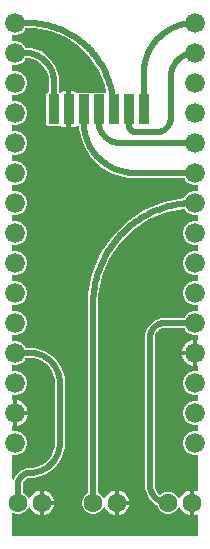
<source format=gtl>
G04 EAGLE Gerber RS-274X export*
G75*
%MOMM*%
%FSLAX34Y34*%
%LPD*%
%INTop Copper*%
%IPPOS*%
%AMOC8*
5,1,8,0,0,1.08239X$1,22.5*%
G01*
%ADD10C,1.676400*%
%ADD11R,0.900000X2.500000*%
%ADD12C,1.600000*%
%ADD13C,0.508000*%

G36*
X166682Y48269D02*
X166682Y48269D01*
X166740Y48267D01*
X166822Y48289D01*
X166906Y48301D01*
X166959Y48324D01*
X167015Y48339D01*
X167088Y48382D01*
X167165Y48417D01*
X167210Y48455D01*
X167260Y48484D01*
X167318Y48546D01*
X167382Y48600D01*
X167414Y48649D01*
X167454Y48692D01*
X167493Y48767D01*
X167540Y48837D01*
X167557Y48893D01*
X167584Y48945D01*
X167595Y49013D01*
X167625Y49108D01*
X167628Y49208D01*
X167639Y49276D01*
X167639Y65422D01*
X167629Y65496D01*
X167628Y65572D01*
X167609Y65636D01*
X167599Y65703D01*
X167569Y65772D01*
X167547Y65844D01*
X167511Y65901D01*
X167483Y65963D01*
X167435Y66020D01*
X167394Y66084D01*
X167343Y66128D01*
X167300Y66180D01*
X167237Y66221D01*
X167180Y66271D01*
X167119Y66300D01*
X167063Y66337D01*
X166991Y66360D01*
X166923Y66392D01*
X166856Y66403D01*
X166792Y66423D01*
X166717Y66425D01*
X166642Y66437D01*
X166585Y66428D01*
X166508Y66430D01*
X166387Y66399D01*
X166310Y66387D01*
X164868Y65919D01*
X164149Y65805D01*
X164149Y75466D01*
X164141Y75524D01*
X164143Y75582D01*
X164121Y75664D01*
X164109Y75747D01*
X164086Y75801D01*
X164071Y75857D01*
X164028Y75930D01*
X163993Y76007D01*
X163955Y76051D01*
X163926Y76102D01*
X163864Y76159D01*
X163827Y76203D01*
X163828Y76204D01*
X163892Y76259D01*
X163924Y76307D01*
X163964Y76350D01*
X164003Y76425D01*
X164050Y76495D01*
X164067Y76551D01*
X164094Y76603D01*
X164105Y76671D01*
X164135Y76766D01*
X164138Y76866D01*
X164149Y76934D01*
X164149Y86595D01*
X164868Y86481D01*
X166310Y86013D01*
X166384Y86000D01*
X166456Y85977D01*
X166524Y85975D01*
X166590Y85964D01*
X166665Y85972D01*
X166740Y85970D01*
X166806Y85987D01*
X166873Y85994D01*
X166943Y86022D01*
X167015Y86041D01*
X167073Y86076D01*
X167136Y86102D01*
X167195Y86148D01*
X167260Y86187D01*
X167306Y86236D01*
X167359Y86278D01*
X167403Y86339D01*
X167454Y86394D01*
X167485Y86454D01*
X167524Y86509D01*
X167550Y86580D01*
X167584Y86647D01*
X167593Y86704D01*
X167619Y86777D01*
X167627Y86902D01*
X167639Y86978D01*
X167639Y116078D01*
X167631Y116136D01*
X167633Y116194D01*
X167611Y116276D01*
X167599Y116360D01*
X167576Y116413D01*
X167561Y116469D01*
X167518Y116542D01*
X167483Y116619D01*
X167445Y116664D01*
X167416Y116714D01*
X167354Y116772D01*
X167300Y116836D01*
X167251Y116868D01*
X167208Y116908D01*
X167133Y116947D01*
X167063Y116994D01*
X167007Y117011D01*
X166955Y117038D01*
X166887Y117049D01*
X166792Y117079D01*
X166692Y117082D01*
X166624Y117093D01*
X163129Y117093D01*
X159488Y118602D01*
X156702Y121388D01*
X155193Y125029D01*
X155193Y128971D01*
X156702Y132612D01*
X159488Y135398D01*
X163129Y136907D01*
X166624Y136907D01*
X166682Y136915D01*
X166740Y136913D01*
X166822Y136935D01*
X166906Y136947D01*
X166959Y136970D01*
X167015Y136985D01*
X167088Y137028D01*
X167165Y137063D01*
X167210Y137101D01*
X167260Y137130D01*
X167318Y137192D01*
X167382Y137246D01*
X167414Y137295D01*
X167454Y137338D01*
X167493Y137413D01*
X167540Y137483D01*
X167557Y137539D01*
X167584Y137591D01*
X167595Y137659D01*
X167625Y137754D01*
X167628Y137854D01*
X167639Y137922D01*
X167639Y141478D01*
X167631Y141536D01*
X167633Y141594D01*
X167611Y141676D01*
X167599Y141760D01*
X167576Y141813D01*
X167561Y141869D01*
X167518Y141942D01*
X167483Y142019D01*
X167445Y142064D01*
X167416Y142114D01*
X167354Y142172D01*
X167300Y142236D01*
X167251Y142268D01*
X167208Y142308D01*
X167133Y142347D01*
X167063Y142394D01*
X167007Y142411D01*
X166955Y142438D01*
X166887Y142449D01*
X166792Y142479D01*
X166692Y142482D01*
X166624Y142493D01*
X163129Y142493D01*
X159488Y144002D01*
X156702Y146788D01*
X155193Y150429D01*
X155193Y154371D01*
X156702Y158012D01*
X159488Y160798D01*
X163129Y162307D01*
X166624Y162307D01*
X166682Y162315D01*
X166740Y162313D01*
X166822Y162335D01*
X166906Y162347D01*
X166959Y162370D01*
X167015Y162385D01*
X167088Y162428D01*
X167165Y162463D01*
X167210Y162501D01*
X167260Y162530D01*
X167318Y162592D01*
X167382Y162646D01*
X167414Y162695D01*
X167454Y162738D01*
X167493Y162813D01*
X167540Y162883D01*
X167557Y162939D01*
X167584Y162991D01*
X167595Y163059D01*
X167625Y163154D01*
X167628Y163254D01*
X167639Y163322D01*
X167639Y166878D01*
X167631Y166936D01*
X167633Y166994D01*
X167611Y167076D01*
X167599Y167160D01*
X167576Y167213D01*
X167561Y167269D01*
X167518Y167342D01*
X167483Y167419D01*
X167445Y167464D01*
X167416Y167514D01*
X167354Y167572D01*
X167300Y167636D01*
X167251Y167668D01*
X167208Y167708D01*
X167133Y167747D01*
X167063Y167794D01*
X167007Y167811D01*
X166955Y167838D01*
X166887Y167849D01*
X166792Y167879D01*
X166692Y167882D01*
X166624Y167893D01*
X163129Y167893D01*
X159488Y169402D01*
X156702Y172188D01*
X155193Y175829D01*
X155193Y179771D01*
X156702Y183412D01*
X159488Y186198D01*
X163129Y187707D01*
X166624Y187707D01*
X166682Y187715D01*
X166740Y187713D01*
X166822Y187735D01*
X166906Y187747D01*
X166959Y187770D01*
X167015Y187785D01*
X167088Y187828D01*
X167165Y187863D01*
X167210Y187901D01*
X167260Y187930D01*
X167318Y187992D01*
X167382Y188046D01*
X167414Y188095D01*
X167454Y188138D01*
X167493Y188213D01*
X167540Y188283D01*
X167557Y188339D01*
X167584Y188391D01*
X167595Y188459D01*
X167625Y188554D01*
X167628Y188654D01*
X167639Y188722D01*
X167639Y191355D01*
X167620Y191490D01*
X167602Y191627D01*
X167600Y191632D01*
X167599Y191636D01*
X167543Y191761D01*
X167488Y191888D01*
X167485Y191891D01*
X167483Y191895D01*
X167395Y192000D01*
X167306Y192106D01*
X167302Y192109D01*
X167300Y192112D01*
X167185Y192189D01*
X167131Y192225D01*
X167131Y202184D01*
X167123Y202242D01*
X167125Y202300D01*
X167103Y202382D01*
X167091Y202465D01*
X167067Y202519D01*
X167053Y202575D01*
X167010Y202648D01*
X166975Y202725D01*
X166937Y202769D01*
X166907Y202820D01*
X166846Y202877D01*
X166791Y202942D01*
X166743Y202974D01*
X166700Y203014D01*
X166625Y203053D01*
X166555Y203099D01*
X166499Y203117D01*
X166447Y203144D01*
X166379Y203155D01*
X166284Y203185D01*
X166184Y203188D01*
X166116Y203199D01*
X165099Y203199D01*
X165099Y203201D01*
X166116Y203201D01*
X166174Y203209D01*
X166232Y203208D01*
X166314Y203229D01*
X166397Y203241D01*
X166451Y203265D01*
X166507Y203279D01*
X166580Y203322D01*
X166657Y203357D01*
X166702Y203395D01*
X166752Y203425D01*
X166810Y203486D01*
X166874Y203541D01*
X166906Y203589D01*
X166946Y203632D01*
X166985Y203707D01*
X167031Y203777D01*
X167049Y203833D01*
X167076Y203885D01*
X167087Y203953D01*
X167117Y204048D01*
X167120Y204148D01*
X167131Y204216D01*
X167131Y214177D01*
X167142Y214184D01*
X167260Y214254D01*
X167263Y214257D01*
X167267Y214260D01*
X167360Y214361D01*
X167454Y214461D01*
X167456Y214465D01*
X167460Y214469D01*
X167521Y214591D01*
X167584Y214714D01*
X167584Y214719D01*
X167587Y214723D01*
X167638Y215003D01*
X167636Y215026D01*
X167639Y215045D01*
X167639Y217678D01*
X167631Y217736D01*
X167633Y217794D01*
X167611Y217876D01*
X167599Y217960D01*
X167576Y218013D01*
X167561Y218069D01*
X167518Y218142D01*
X167483Y218219D01*
X167445Y218264D01*
X167416Y218314D01*
X167354Y218372D01*
X167300Y218436D01*
X167251Y218468D01*
X167208Y218508D01*
X167133Y218547D01*
X167063Y218594D01*
X167007Y218611D01*
X166955Y218638D01*
X166887Y218649D01*
X166792Y218679D01*
X166692Y218682D01*
X166624Y218693D01*
X163129Y218693D01*
X159488Y220202D01*
X156702Y222988D01*
X156320Y223909D01*
X156319Y223910D01*
X156319Y223911D01*
X156249Y224030D01*
X156176Y224153D01*
X156175Y224154D01*
X156174Y224156D01*
X156070Y224253D01*
X155969Y224349D01*
X155968Y224349D01*
X155967Y224350D01*
X155841Y224415D01*
X155716Y224479D01*
X155715Y224479D01*
X155713Y224480D01*
X155698Y224482D01*
X155437Y224534D01*
X155407Y224531D01*
X155382Y224535D01*
X139700Y224535D01*
X139644Y224527D01*
X139600Y224530D01*
X138114Y224384D01*
X137838Y224317D01*
X137831Y224313D01*
X137825Y224312D01*
X135078Y223174D01*
X135051Y223158D01*
X135022Y223149D01*
X134958Y223103D01*
X134833Y223029D01*
X134789Y222982D01*
X134749Y222954D01*
X132646Y220851D01*
X132628Y220827D01*
X132604Y220807D01*
X132562Y220740D01*
X132475Y220624D01*
X132453Y220564D01*
X132426Y220522D01*
X131288Y217775D01*
X131217Y217500D01*
X131218Y217492D01*
X131216Y217486D01*
X131070Y216000D01*
X131072Y215943D01*
X131065Y215900D01*
X131065Y91600D01*
X131073Y91544D01*
X131070Y91500D01*
X131268Y89487D01*
X131335Y89211D01*
X131339Y89204D01*
X131340Y89198D01*
X132881Y85478D01*
X132897Y85451D01*
X132906Y85422D01*
X132952Y85358D01*
X133026Y85233D01*
X133065Y85196D01*
X133069Y85189D01*
X133079Y85180D01*
X133101Y85149D01*
X134772Y83478D01*
X134819Y83443D01*
X134859Y83400D01*
X134932Y83358D01*
X134999Y83307D01*
X135054Y83286D01*
X135104Y83257D01*
X135186Y83236D01*
X135265Y83206D01*
X135323Y83201D01*
X135380Y83186D01*
X135464Y83189D01*
X135548Y83182D01*
X135606Y83194D01*
X135664Y83196D01*
X135744Y83221D01*
X135827Y83238D01*
X135879Y83265D01*
X135935Y83283D01*
X135991Y83323D01*
X136079Y83369D01*
X136152Y83438D01*
X136208Y83478D01*
X137005Y84275D01*
X140505Y85725D01*
X144295Y85725D01*
X147795Y84275D01*
X150475Y81595D01*
X150907Y80551D01*
X150974Y80438D01*
X151039Y80323D01*
X151046Y80315D01*
X151052Y80306D01*
X151148Y80215D01*
X151241Y80123D01*
X151251Y80118D01*
X151258Y80111D01*
X151376Y80050D01*
X151491Y79988D01*
X151502Y79986D01*
X151511Y79981D01*
X151640Y79955D01*
X151769Y79927D01*
X151780Y79928D01*
X151790Y79926D01*
X151921Y79937D01*
X152052Y79946D01*
X152063Y79949D01*
X152073Y79950D01*
X152196Y79997D01*
X152320Y80042D01*
X152329Y80048D01*
X152339Y80052D01*
X152444Y80132D01*
X152550Y80209D01*
X152556Y80217D01*
X152565Y80224D01*
X152736Y80451D01*
X152742Y80467D01*
X152750Y80478D01*
X153385Y81725D01*
X154360Y83067D01*
X155533Y84240D01*
X156875Y85215D01*
X158354Y85968D01*
X159932Y86481D01*
X160651Y86595D01*
X160651Y76934D01*
X160659Y76876D01*
X160657Y76818D01*
X160679Y76736D01*
X160691Y76653D01*
X160714Y76599D01*
X160729Y76543D01*
X160772Y76470D01*
X160807Y76393D01*
X160845Y76349D01*
X160874Y76298D01*
X160936Y76241D01*
X160973Y76197D01*
X160972Y76196D01*
X160908Y76141D01*
X160876Y76093D01*
X160836Y76050D01*
X160797Y75975D01*
X160750Y75905D01*
X160733Y75849D01*
X160706Y75797D01*
X160695Y75729D01*
X160665Y75634D01*
X160662Y75534D01*
X160651Y75466D01*
X160651Y65805D01*
X159932Y65919D01*
X158354Y66432D01*
X156875Y67185D01*
X155533Y68160D01*
X154360Y69333D01*
X153385Y70675D01*
X152750Y71922D01*
X152675Y72029D01*
X152601Y72138D01*
X152593Y72145D01*
X152587Y72154D01*
X152485Y72236D01*
X152384Y72321D01*
X152374Y72326D01*
X152365Y72333D01*
X152244Y72383D01*
X152124Y72437D01*
X152113Y72438D01*
X152103Y72443D01*
X151973Y72458D01*
X151842Y72476D01*
X151831Y72474D01*
X151821Y72476D01*
X151691Y72454D01*
X151561Y72435D01*
X151551Y72431D01*
X151540Y72429D01*
X151422Y72372D01*
X151302Y72318D01*
X151293Y72311D01*
X151284Y72306D01*
X151185Y72219D01*
X151085Y72134D01*
X151080Y72125D01*
X151071Y72118D01*
X150919Y71877D01*
X150915Y71861D01*
X150907Y71849D01*
X150475Y70805D01*
X147795Y68125D01*
X144295Y66675D01*
X140505Y66675D01*
X137005Y68125D01*
X134325Y70805D01*
X132951Y74124D01*
X132906Y74199D01*
X132870Y74279D01*
X132834Y74321D01*
X132806Y74369D01*
X132742Y74429D01*
X132686Y74495D01*
X132645Y74521D01*
X132599Y74564D01*
X132468Y74632D01*
X132401Y74673D01*
X131374Y75099D01*
X125899Y80574D01*
X122935Y87728D01*
X122935Y219235D01*
X125488Y225397D01*
X130203Y230112D01*
X136365Y232665D01*
X155382Y232665D01*
X155384Y232665D01*
X155385Y232665D01*
X155525Y232685D01*
X155664Y232705D01*
X155665Y232705D01*
X155667Y232705D01*
X155793Y232762D01*
X155923Y232821D01*
X155924Y232822D01*
X155926Y232823D01*
X156033Y232914D01*
X156140Y233004D01*
X156141Y233006D01*
X156142Y233007D01*
X156151Y233020D01*
X156298Y233241D01*
X156307Y233270D01*
X156320Y233291D01*
X156702Y234212D01*
X159488Y236998D01*
X163129Y238507D01*
X166624Y238507D01*
X166682Y238515D01*
X166740Y238513D01*
X166822Y238535D01*
X166906Y238547D01*
X166959Y238570D01*
X167015Y238585D01*
X167088Y238628D01*
X167165Y238663D01*
X167210Y238701D01*
X167260Y238730D01*
X167318Y238792D01*
X167382Y238846D01*
X167414Y238895D01*
X167454Y238938D01*
X167493Y239013D01*
X167540Y239083D01*
X167557Y239139D01*
X167584Y239191D01*
X167595Y239259D01*
X167625Y239354D01*
X167628Y239454D01*
X167639Y239522D01*
X167639Y243078D01*
X167631Y243136D01*
X167633Y243194D01*
X167611Y243276D01*
X167599Y243360D01*
X167576Y243413D01*
X167561Y243469D01*
X167518Y243542D01*
X167483Y243619D01*
X167445Y243664D01*
X167416Y243714D01*
X167354Y243772D01*
X167300Y243836D01*
X167251Y243868D01*
X167208Y243908D01*
X167133Y243947D01*
X167063Y243994D01*
X167007Y244011D01*
X166955Y244038D01*
X166887Y244049D01*
X166792Y244079D01*
X166692Y244082D01*
X166624Y244093D01*
X163129Y244093D01*
X159488Y245602D01*
X156702Y248388D01*
X155193Y252029D01*
X155193Y255971D01*
X156702Y259612D01*
X159488Y262398D01*
X163129Y263907D01*
X166624Y263907D01*
X166682Y263915D01*
X166740Y263913D01*
X166822Y263935D01*
X166906Y263947D01*
X166959Y263970D01*
X167015Y263985D01*
X167088Y264028D01*
X167165Y264063D01*
X167210Y264101D01*
X167260Y264130D01*
X167318Y264192D01*
X167382Y264246D01*
X167414Y264295D01*
X167454Y264338D01*
X167493Y264413D01*
X167540Y264483D01*
X167557Y264539D01*
X167584Y264591D01*
X167595Y264659D01*
X167625Y264754D01*
X167628Y264854D01*
X167639Y264922D01*
X167639Y268478D01*
X167631Y268536D01*
X167633Y268594D01*
X167611Y268676D01*
X167599Y268760D01*
X167576Y268813D01*
X167561Y268869D01*
X167518Y268942D01*
X167483Y269019D01*
X167445Y269064D01*
X167416Y269114D01*
X167354Y269172D01*
X167300Y269236D01*
X167251Y269268D01*
X167208Y269308D01*
X167133Y269347D01*
X167063Y269394D01*
X167007Y269411D01*
X166955Y269438D01*
X166887Y269449D01*
X166792Y269479D01*
X166692Y269482D01*
X166624Y269493D01*
X163129Y269493D01*
X159488Y271002D01*
X156702Y273788D01*
X155193Y277429D01*
X155193Y281371D01*
X156702Y285012D01*
X159488Y287798D01*
X163129Y289307D01*
X166624Y289307D01*
X166682Y289315D01*
X166740Y289313D01*
X166822Y289335D01*
X166906Y289347D01*
X166959Y289370D01*
X167015Y289385D01*
X167088Y289428D01*
X167165Y289463D01*
X167210Y289501D01*
X167260Y289530D01*
X167318Y289592D01*
X167382Y289646D01*
X167414Y289695D01*
X167454Y289738D01*
X167493Y289813D01*
X167540Y289883D01*
X167557Y289939D01*
X167584Y289991D01*
X167595Y290059D01*
X167625Y290154D01*
X167628Y290254D01*
X167639Y290322D01*
X167639Y293878D01*
X167631Y293936D01*
X167633Y293994D01*
X167611Y294076D01*
X167599Y294160D01*
X167576Y294213D01*
X167561Y294269D01*
X167518Y294342D01*
X167483Y294419D01*
X167445Y294464D01*
X167416Y294514D01*
X167354Y294572D01*
X167300Y294636D01*
X167251Y294668D01*
X167208Y294708D01*
X167133Y294747D01*
X167063Y294794D01*
X167007Y294811D01*
X166955Y294838D01*
X166887Y294849D01*
X166792Y294879D01*
X166692Y294882D01*
X166624Y294893D01*
X163129Y294893D01*
X159488Y296402D01*
X156702Y299188D01*
X155193Y302829D01*
X155193Y306771D01*
X156702Y310412D01*
X159488Y313198D01*
X163129Y314707D01*
X166624Y314707D01*
X166682Y314715D01*
X166740Y314713D01*
X166822Y314735D01*
X166906Y314747D01*
X166959Y314770D01*
X167015Y314785D01*
X167088Y314828D01*
X167165Y314863D01*
X167210Y314901D01*
X167260Y314930D01*
X167318Y314992D01*
X167382Y315046D01*
X167414Y315095D01*
X167454Y315138D01*
X167493Y315213D01*
X167540Y315283D01*
X167557Y315339D01*
X167584Y315391D01*
X167595Y315459D01*
X167625Y315554D01*
X167628Y315654D01*
X167639Y315722D01*
X167639Y319278D01*
X167631Y319336D01*
X167633Y319394D01*
X167611Y319476D01*
X167599Y319560D01*
X167576Y319613D01*
X167561Y319669D01*
X167518Y319742D01*
X167483Y319819D01*
X167445Y319864D01*
X167416Y319914D01*
X167354Y319972D01*
X167300Y320036D01*
X167251Y320068D01*
X167208Y320108D01*
X167133Y320147D01*
X167063Y320194D01*
X167007Y320211D01*
X166955Y320238D01*
X166887Y320249D01*
X166792Y320279D01*
X166692Y320282D01*
X166624Y320293D01*
X163129Y320293D01*
X159488Y321802D01*
X156702Y324588D01*
X156604Y324823D01*
X156553Y324910D01*
X156509Y325001D01*
X156481Y325032D01*
X156460Y325068D01*
X156386Y325137D01*
X156319Y325213D01*
X156283Y325234D01*
X156253Y325263D01*
X156163Y325309D01*
X156077Y325363D01*
X156037Y325374D01*
X156000Y325393D01*
X155901Y325413D01*
X155804Y325440D01*
X155767Y325439D01*
X155721Y325448D01*
X155537Y325432D01*
X155468Y325430D01*
X141354Y322623D01*
X141238Y322582D01*
X141164Y322565D01*
X126472Y316479D01*
X126366Y316417D01*
X126296Y316386D01*
X113074Y307551D01*
X112982Y307469D01*
X112920Y307425D01*
X101676Y296180D01*
X101602Y296082D01*
X101549Y296026D01*
X92714Y282804D01*
X92661Y282693D01*
X92621Y282628D01*
X86535Y267936D01*
X86504Y267818D01*
X86477Y267746D01*
X83375Y252149D01*
X83370Y252062D01*
X83357Y252001D01*
X82966Y244050D01*
X82968Y244022D01*
X82965Y244000D01*
X82965Y85504D01*
X82965Y85503D01*
X82965Y85501D01*
X82985Y85360D01*
X83005Y85223D01*
X83005Y85221D01*
X83005Y85220D01*
X83063Y85092D01*
X83121Y84963D01*
X83122Y84962D01*
X83123Y84961D01*
X83217Y84850D01*
X83304Y84746D01*
X83306Y84745D01*
X83307Y84744D01*
X83320Y84736D01*
X83541Y84589D01*
X83570Y84579D01*
X83591Y84566D01*
X84295Y84275D01*
X86975Y81595D01*
X87407Y80551D01*
X87474Y80438D01*
X87539Y80323D01*
X87546Y80315D01*
X87552Y80306D01*
X87648Y80215D01*
X87741Y80123D01*
X87751Y80118D01*
X87758Y80111D01*
X87876Y80050D01*
X87991Y79988D01*
X88002Y79986D01*
X88011Y79981D01*
X88140Y79955D01*
X88269Y79927D01*
X88280Y79928D01*
X88290Y79926D01*
X88421Y79937D01*
X88552Y79946D01*
X88563Y79949D01*
X88573Y79950D01*
X88696Y79997D01*
X88820Y80042D01*
X88829Y80048D01*
X88839Y80052D01*
X88944Y80132D01*
X89050Y80209D01*
X89056Y80217D01*
X89065Y80224D01*
X89236Y80451D01*
X89242Y80467D01*
X89250Y80478D01*
X89885Y81725D01*
X90860Y83067D01*
X92033Y84240D01*
X93375Y85215D01*
X94854Y85968D01*
X96432Y86481D01*
X97151Y86595D01*
X97151Y76934D01*
X97159Y76876D01*
X97157Y76818D01*
X97179Y76736D01*
X97191Y76653D01*
X97214Y76599D01*
X97229Y76543D01*
X97272Y76470D01*
X97307Y76393D01*
X97345Y76349D01*
X97374Y76298D01*
X97436Y76241D01*
X97473Y76197D01*
X97472Y76196D01*
X97408Y76141D01*
X97376Y76093D01*
X97336Y76050D01*
X97297Y75975D01*
X97250Y75905D01*
X97233Y75849D01*
X97206Y75797D01*
X97195Y75729D01*
X97165Y75634D01*
X97162Y75534D01*
X97151Y75466D01*
X97151Y65805D01*
X96432Y65919D01*
X94854Y66432D01*
X93375Y67185D01*
X92033Y68160D01*
X90860Y69333D01*
X89885Y70675D01*
X89250Y71922D01*
X89175Y72029D01*
X89101Y72138D01*
X89093Y72145D01*
X89087Y72154D01*
X88985Y72236D01*
X88884Y72321D01*
X88874Y72326D01*
X88865Y72333D01*
X88744Y72383D01*
X88624Y72437D01*
X88613Y72438D01*
X88603Y72443D01*
X88473Y72458D01*
X88342Y72476D01*
X88331Y72474D01*
X88321Y72476D01*
X88191Y72454D01*
X88061Y72435D01*
X88051Y72431D01*
X88040Y72429D01*
X87922Y72372D01*
X87802Y72318D01*
X87793Y72311D01*
X87784Y72306D01*
X87685Y72219D01*
X87585Y72134D01*
X87580Y72125D01*
X87571Y72118D01*
X87419Y71877D01*
X87415Y71861D01*
X87407Y71849D01*
X86975Y70805D01*
X84295Y68125D01*
X80795Y66675D01*
X77005Y66675D01*
X73505Y68125D01*
X70825Y70805D01*
X69375Y74305D01*
X69375Y78095D01*
X70825Y81595D01*
X73505Y84275D01*
X74209Y84566D01*
X74210Y84567D01*
X74211Y84567D01*
X74328Y84637D01*
X74453Y84711D01*
X74455Y84712D01*
X74456Y84713D01*
X74551Y84814D01*
X74649Y84917D01*
X74649Y84919D01*
X74650Y84920D01*
X74715Y85046D01*
X74779Y85170D01*
X74779Y85172D01*
X74780Y85173D01*
X74782Y85188D01*
X74834Y85449D01*
X74831Y85480D01*
X74835Y85504D01*
X74835Y252890D01*
X78304Y270329D01*
X85108Y286756D01*
X94987Y301540D01*
X107560Y314113D01*
X122344Y323992D01*
X138771Y330796D01*
X155515Y334127D01*
X155557Y334141D01*
X155602Y334148D01*
X155691Y334188D01*
X155783Y334221D01*
X155820Y334246D01*
X155861Y334265D01*
X155935Y334328D01*
X156015Y334385D01*
X156043Y334420D01*
X156077Y334449D01*
X156117Y334514D01*
X156192Y334608D01*
X156223Y334683D01*
X156255Y334734D01*
X156702Y335812D01*
X159488Y338598D01*
X163129Y340107D01*
X166624Y340107D01*
X166682Y340115D01*
X166740Y340113D01*
X166822Y340135D01*
X166906Y340147D01*
X166959Y340170D01*
X167015Y340185D01*
X167088Y340228D01*
X167165Y340263D01*
X167210Y340301D01*
X167260Y340330D01*
X167318Y340392D01*
X167382Y340446D01*
X167414Y340495D01*
X167454Y340538D01*
X167493Y340613D01*
X167540Y340683D01*
X167557Y340739D01*
X167584Y340791D01*
X167595Y340859D01*
X167625Y340954D01*
X167628Y341054D01*
X167639Y341122D01*
X167639Y344678D01*
X167631Y344736D01*
X167633Y344794D01*
X167611Y344876D01*
X167599Y344960D01*
X167576Y345013D01*
X167561Y345069D01*
X167518Y345142D01*
X167483Y345219D01*
X167445Y345264D01*
X167416Y345314D01*
X167354Y345372D01*
X167300Y345436D01*
X167251Y345468D01*
X167208Y345508D01*
X167133Y345547D01*
X167063Y345594D01*
X167007Y345611D01*
X166955Y345638D01*
X166887Y345649D01*
X166792Y345679D01*
X166692Y345682D01*
X166624Y345693D01*
X163129Y345693D01*
X159488Y347202D01*
X156702Y349988D01*
X156320Y350909D01*
X156319Y350910D01*
X156319Y350911D01*
X156249Y351030D01*
X156176Y351153D01*
X156175Y351154D01*
X156174Y351156D01*
X156070Y351253D01*
X155969Y351349D01*
X155968Y351349D01*
X155967Y351350D01*
X155841Y351415D01*
X155716Y351479D01*
X155715Y351479D01*
X155713Y351480D01*
X155698Y351482D01*
X155437Y351534D01*
X155407Y351531D01*
X155382Y351535D01*
X108046Y351535D01*
X95964Y354773D01*
X85131Y361027D01*
X76287Y369871D01*
X70033Y380704D01*
X66795Y392786D01*
X66795Y394530D01*
X66787Y394588D01*
X66789Y394646D01*
X66767Y394728D01*
X66755Y394812D01*
X66732Y394865D01*
X66717Y394921D01*
X66674Y394994D01*
X66639Y395071D01*
X66601Y395116D01*
X66572Y395166D01*
X66510Y395224D01*
X66456Y395288D01*
X66407Y395320D01*
X66364Y395360D01*
X66289Y395399D01*
X66219Y395446D01*
X66163Y395463D01*
X66111Y395490D01*
X66043Y395501D01*
X65948Y395531D01*
X65848Y395534D01*
X65780Y395545D01*
X65620Y395545D01*
X65614Y395549D01*
X65532Y395570D01*
X65453Y395600D01*
X65395Y395604D01*
X65338Y395619D01*
X65254Y395616D01*
X65170Y395623D01*
X65113Y395612D01*
X65054Y395610D01*
X64974Y395584D01*
X64891Y395567D01*
X64840Y395540D01*
X64784Y395522D01*
X64728Y395482D01*
X64639Y395436D01*
X64567Y395368D01*
X64510Y395327D01*
X64220Y395037D01*
X63641Y394702D01*
X62994Y394529D01*
X60191Y394529D01*
X60191Y408554D01*
X60183Y408612D01*
X60184Y408670D01*
X60163Y408752D01*
X60151Y408835D01*
X60127Y408889D01*
X60113Y408945D01*
X60070Y409018D01*
X60035Y409095D01*
X59997Y409139D01*
X59967Y409190D01*
X59906Y409247D01*
X59851Y409312D01*
X59803Y409344D01*
X59760Y409384D01*
X59685Y409423D01*
X59615Y409469D01*
X59559Y409487D01*
X59507Y409514D01*
X59439Y409525D01*
X59344Y409555D01*
X59244Y409558D01*
X59176Y409569D01*
X57144Y409569D01*
X57086Y409561D01*
X57028Y409562D01*
X56946Y409541D01*
X56863Y409529D01*
X56809Y409505D01*
X56753Y409491D01*
X56680Y409448D01*
X56603Y409413D01*
X56558Y409375D01*
X56508Y409345D01*
X56450Y409284D01*
X56386Y409229D01*
X56354Y409181D01*
X56314Y409138D01*
X56275Y409063D01*
X56229Y408993D01*
X56211Y408937D01*
X56184Y408885D01*
X56173Y408817D01*
X56143Y408722D01*
X56140Y408622D01*
X56129Y408554D01*
X56129Y394529D01*
X53326Y394529D01*
X52679Y394702D01*
X52100Y395037D01*
X51809Y395327D01*
X51763Y395362D01*
X51722Y395405D01*
X51649Y395448D01*
X51582Y395498D01*
X51528Y395519D01*
X51477Y395549D01*
X51395Y395570D01*
X51317Y395600D01*
X51258Y395604D01*
X51201Y395619D01*
X51117Y395616D01*
X51033Y395623D01*
X50976Y395612D01*
X50917Y395610D01*
X50837Y395584D01*
X50755Y395567D01*
X50712Y395545D01*
X40328Y395545D01*
X39435Y396438D01*
X39435Y422702D01*
X40328Y423595D01*
X40640Y423595D01*
X40698Y423603D01*
X40756Y423601D01*
X40838Y423623D01*
X40922Y423635D01*
X40975Y423658D01*
X41031Y423673D01*
X41104Y423716D01*
X41181Y423751D01*
X41226Y423789D01*
X41276Y423818D01*
X41334Y423880D01*
X41398Y423934D01*
X41430Y423983D01*
X41470Y424026D01*
X41509Y424101D01*
X41556Y424171D01*
X41573Y424227D01*
X41600Y424279D01*
X41611Y424347D01*
X41641Y424442D01*
X41644Y424542D01*
X41655Y424610D01*
X41655Y433070D01*
X41649Y433114D01*
X41652Y433150D01*
X41418Y436130D01*
X41402Y436199D01*
X41402Y436203D01*
X41396Y436226D01*
X41382Y436288D01*
X41371Y436364D01*
X39529Y442032D01*
X39404Y442288D01*
X39392Y442302D01*
X39385Y442315D01*
X35882Y447137D01*
X35684Y447341D01*
X35668Y447351D01*
X35657Y447362D01*
X30835Y450865D01*
X30584Y450998D01*
X30566Y451002D01*
X30552Y451009D01*
X24884Y452851D01*
X24724Y452879D01*
X24650Y452898D01*
X22471Y453069D01*
X22430Y453067D01*
X22388Y453072D01*
X22288Y453058D01*
X22187Y453051D01*
X22148Y453037D01*
X22107Y453032D01*
X22015Y452990D01*
X21920Y452956D01*
X21886Y452932D01*
X21848Y452914D01*
X21771Y452849D01*
X21689Y452790D01*
X21663Y452757D01*
X21632Y452730D01*
X21591Y452665D01*
X21513Y452566D01*
X21484Y452494D01*
X21454Y452445D01*
X21098Y451588D01*
X18312Y448802D01*
X14671Y447293D01*
X11176Y447293D01*
X11118Y447285D01*
X11060Y447287D01*
X10978Y447265D01*
X10894Y447253D01*
X10841Y447230D01*
X10785Y447215D01*
X10712Y447172D01*
X10635Y447137D01*
X10590Y447099D01*
X10540Y447070D01*
X10482Y447008D01*
X10418Y446954D01*
X10386Y446905D01*
X10346Y446862D01*
X10307Y446787D01*
X10260Y446717D01*
X10243Y446661D01*
X10216Y446609D01*
X10205Y446541D01*
X10175Y446446D01*
X10172Y446346D01*
X10161Y446278D01*
X10161Y442722D01*
X10169Y442664D01*
X10167Y442606D01*
X10189Y442524D01*
X10201Y442440D01*
X10224Y442387D01*
X10239Y442331D01*
X10282Y442258D01*
X10317Y442181D01*
X10355Y442136D01*
X10384Y442086D01*
X10446Y442028D01*
X10500Y441964D01*
X10549Y441932D01*
X10592Y441892D01*
X10667Y441853D01*
X10737Y441806D01*
X10793Y441789D01*
X10845Y441762D01*
X10913Y441751D01*
X11008Y441721D01*
X11108Y441718D01*
X11176Y441707D01*
X14671Y441707D01*
X18312Y440198D01*
X21098Y437412D01*
X22607Y433771D01*
X22607Y429829D01*
X21098Y426188D01*
X18312Y423402D01*
X14671Y421893D01*
X11176Y421893D01*
X11118Y421885D01*
X11060Y421887D01*
X10978Y421865D01*
X10894Y421853D01*
X10841Y421830D01*
X10785Y421815D01*
X10712Y421772D01*
X10635Y421737D01*
X10590Y421699D01*
X10540Y421670D01*
X10482Y421608D01*
X10418Y421554D01*
X10386Y421505D01*
X10346Y421462D01*
X10307Y421387D01*
X10260Y421317D01*
X10243Y421261D01*
X10216Y421209D01*
X10205Y421141D01*
X10175Y421046D01*
X10172Y420946D01*
X10161Y420878D01*
X10161Y417322D01*
X10169Y417264D01*
X10167Y417206D01*
X10189Y417124D01*
X10201Y417040D01*
X10224Y416987D01*
X10239Y416931D01*
X10282Y416858D01*
X10317Y416781D01*
X10355Y416736D01*
X10384Y416686D01*
X10446Y416628D01*
X10500Y416564D01*
X10549Y416532D01*
X10592Y416492D01*
X10667Y416453D01*
X10737Y416406D01*
X10793Y416389D01*
X10845Y416362D01*
X10913Y416351D01*
X11008Y416321D01*
X11108Y416318D01*
X11176Y416307D01*
X14671Y416307D01*
X18312Y414798D01*
X21098Y412012D01*
X22607Y408371D01*
X22607Y404429D01*
X21098Y400788D01*
X18312Y398002D01*
X14671Y396493D01*
X11176Y396493D01*
X11118Y396485D01*
X11060Y396487D01*
X10978Y396465D01*
X10894Y396453D01*
X10841Y396430D01*
X10785Y396415D01*
X10712Y396372D01*
X10635Y396337D01*
X10590Y396299D01*
X10540Y396270D01*
X10482Y396208D01*
X10418Y396154D01*
X10386Y396105D01*
X10346Y396062D01*
X10307Y395987D01*
X10260Y395917D01*
X10243Y395861D01*
X10216Y395809D01*
X10205Y395741D01*
X10175Y395646D01*
X10172Y395546D01*
X10161Y395478D01*
X10161Y391922D01*
X10169Y391864D01*
X10167Y391806D01*
X10189Y391724D01*
X10201Y391640D01*
X10224Y391587D01*
X10239Y391531D01*
X10282Y391458D01*
X10317Y391381D01*
X10355Y391336D01*
X10384Y391286D01*
X10446Y391228D01*
X10500Y391164D01*
X10549Y391132D01*
X10592Y391092D01*
X10667Y391053D01*
X10737Y391006D01*
X10793Y390989D01*
X10845Y390962D01*
X10913Y390951D01*
X11008Y390921D01*
X11108Y390918D01*
X11176Y390907D01*
X14671Y390907D01*
X18312Y389398D01*
X21098Y386612D01*
X22607Y382971D01*
X22607Y379029D01*
X21098Y375388D01*
X18312Y372602D01*
X14671Y371093D01*
X11176Y371093D01*
X11118Y371085D01*
X11060Y371087D01*
X10978Y371065D01*
X10894Y371053D01*
X10841Y371030D01*
X10785Y371015D01*
X10712Y370972D01*
X10635Y370937D01*
X10590Y370899D01*
X10540Y370870D01*
X10482Y370808D01*
X10418Y370754D01*
X10386Y370705D01*
X10346Y370662D01*
X10307Y370587D01*
X10260Y370517D01*
X10243Y370461D01*
X10216Y370409D01*
X10205Y370341D01*
X10175Y370246D01*
X10172Y370146D01*
X10161Y370078D01*
X10161Y366522D01*
X10169Y366464D01*
X10167Y366406D01*
X10189Y366324D01*
X10201Y366240D01*
X10224Y366187D01*
X10239Y366131D01*
X10282Y366058D01*
X10317Y365981D01*
X10355Y365936D01*
X10384Y365886D01*
X10446Y365828D01*
X10500Y365764D01*
X10549Y365732D01*
X10592Y365692D01*
X10667Y365653D01*
X10737Y365606D01*
X10793Y365589D01*
X10845Y365562D01*
X10913Y365551D01*
X11008Y365521D01*
X11108Y365518D01*
X11176Y365507D01*
X14671Y365507D01*
X18312Y363998D01*
X21098Y361212D01*
X22607Y357571D01*
X22607Y353629D01*
X21098Y349988D01*
X18312Y347202D01*
X14671Y345693D01*
X11176Y345693D01*
X11118Y345685D01*
X11060Y345687D01*
X10978Y345665D01*
X10894Y345653D01*
X10841Y345630D01*
X10785Y345615D01*
X10712Y345572D01*
X10635Y345537D01*
X10590Y345499D01*
X10540Y345470D01*
X10482Y345408D01*
X10418Y345354D01*
X10386Y345305D01*
X10346Y345262D01*
X10307Y345187D01*
X10260Y345117D01*
X10243Y345061D01*
X10216Y345009D01*
X10205Y344941D01*
X10175Y344846D01*
X10172Y344746D01*
X10161Y344678D01*
X10161Y341122D01*
X10169Y341064D01*
X10167Y341006D01*
X10189Y340924D01*
X10201Y340840D01*
X10224Y340787D01*
X10239Y340731D01*
X10282Y340658D01*
X10317Y340581D01*
X10355Y340536D01*
X10384Y340486D01*
X10446Y340428D01*
X10500Y340364D01*
X10549Y340332D01*
X10592Y340292D01*
X10667Y340253D01*
X10737Y340206D01*
X10793Y340189D01*
X10845Y340162D01*
X10913Y340151D01*
X11008Y340121D01*
X11108Y340118D01*
X11176Y340107D01*
X14671Y340107D01*
X18312Y338598D01*
X21098Y335812D01*
X22607Y332171D01*
X22607Y328229D01*
X21098Y324588D01*
X18312Y321802D01*
X14671Y320293D01*
X11176Y320293D01*
X11118Y320285D01*
X11060Y320287D01*
X10978Y320265D01*
X10894Y320253D01*
X10841Y320230D01*
X10785Y320215D01*
X10712Y320172D01*
X10635Y320137D01*
X10590Y320099D01*
X10540Y320070D01*
X10482Y320008D01*
X10418Y319954D01*
X10386Y319905D01*
X10346Y319862D01*
X10307Y319787D01*
X10260Y319717D01*
X10243Y319661D01*
X10216Y319609D01*
X10205Y319541D01*
X10175Y319446D01*
X10172Y319346D01*
X10161Y319278D01*
X10161Y315722D01*
X10169Y315664D01*
X10167Y315606D01*
X10189Y315524D01*
X10201Y315440D01*
X10224Y315387D01*
X10239Y315331D01*
X10282Y315258D01*
X10317Y315181D01*
X10355Y315136D01*
X10384Y315086D01*
X10446Y315028D01*
X10500Y314964D01*
X10549Y314932D01*
X10592Y314892D01*
X10667Y314853D01*
X10737Y314806D01*
X10793Y314789D01*
X10845Y314762D01*
X10913Y314751D01*
X11008Y314721D01*
X11108Y314718D01*
X11176Y314707D01*
X14671Y314707D01*
X18312Y313198D01*
X21098Y310412D01*
X22607Y306771D01*
X22607Y302829D01*
X21098Y299188D01*
X18312Y296402D01*
X14671Y294893D01*
X11176Y294893D01*
X11118Y294885D01*
X11060Y294887D01*
X10978Y294865D01*
X10894Y294853D01*
X10841Y294830D01*
X10785Y294815D01*
X10712Y294772D01*
X10635Y294737D01*
X10590Y294699D01*
X10540Y294670D01*
X10482Y294608D01*
X10418Y294554D01*
X10386Y294505D01*
X10346Y294462D01*
X10307Y294387D01*
X10260Y294317D01*
X10243Y294261D01*
X10216Y294209D01*
X10205Y294141D01*
X10175Y294046D01*
X10172Y293946D01*
X10161Y293878D01*
X10161Y290322D01*
X10169Y290264D01*
X10167Y290206D01*
X10189Y290124D01*
X10201Y290040D01*
X10224Y289987D01*
X10239Y289931D01*
X10282Y289858D01*
X10317Y289781D01*
X10355Y289736D01*
X10384Y289686D01*
X10446Y289628D01*
X10500Y289564D01*
X10549Y289532D01*
X10592Y289492D01*
X10667Y289453D01*
X10737Y289406D01*
X10793Y289389D01*
X10845Y289362D01*
X10913Y289351D01*
X11008Y289321D01*
X11108Y289318D01*
X11176Y289307D01*
X14671Y289307D01*
X18312Y287798D01*
X21098Y285012D01*
X22607Y281371D01*
X22607Y277429D01*
X21098Y273788D01*
X18312Y271002D01*
X14671Y269493D01*
X11176Y269493D01*
X11118Y269485D01*
X11060Y269487D01*
X10978Y269465D01*
X10894Y269453D01*
X10841Y269430D01*
X10785Y269415D01*
X10712Y269372D01*
X10635Y269337D01*
X10590Y269299D01*
X10540Y269270D01*
X10482Y269208D01*
X10418Y269154D01*
X10386Y269105D01*
X10346Y269062D01*
X10307Y268987D01*
X10260Y268917D01*
X10243Y268861D01*
X10216Y268809D01*
X10205Y268741D01*
X10175Y268646D01*
X10172Y268546D01*
X10161Y268478D01*
X10161Y264922D01*
X10169Y264864D01*
X10167Y264806D01*
X10189Y264724D01*
X10201Y264640D01*
X10224Y264587D01*
X10239Y264531D01*
X10282Y264458D01*
X10317Y264381D01*
X10355Y264336D01*
X10384Y264286D01*
X10446Y264228D01*
X10500Y264164D01*
X10549Y264132D01*
X10592Y264092D01*
X10667Y264053D01*
X10737Y264006D01*
X10793Y263989D01*
X10845Y263962D01*
X10913Y263951D01*
X11008Y263921D01*
X11108Y263918D01*
X11176Y263907D01*
X14671Y263907D01*
X18312Y262398D01*
X21098Y259612D01*
X22607Y255971D01*
X22607Y252029D01*
X21098Y248388D01*
X18312Y245602D01*
X14671Y244093D01*
X11176Y244093D01*
X11118Y244085D01*
X11060Y244087D01*
X10978Y244065D01*
X10894Y244053D01*
X10841Y244030D01*
X10785Y244015D01*
X10712Y243972D01*
X10635Y243937D01*
X10590Y243899D01*
X10540Y243870D01*
X10482Y243808D01*
X10418Y243754D01*
X10386Y243705D01*
X10346Y243662D01*
X10307Y243587D01*
X10260Y243517D01*
X10243Y243461D01*
X10216Y243409D01*
X10205Y243341D01*
X10175Y243246D01*
X10172Y243146D01*
X10161Y243078D01*
X10161Y239522D01*
X10169Y239464D01*
X10167Y239406D01*
X10189Y239324D01*
X10201Y239240D01*
X10224Y239187D01*
X10239Y239131D01*
X10282Y239058D01*
X10317Y238981D01*
X10355Y238936D01*
X10384Y238886D01*
X10446Y238828D01*
X10500Y238764D01*
X10549Y238732D01*
X10592Y238692D01*
X10667Y238653D01*
X10737Y238606D01*
X10793Y238589D01*
X10845Y238562D01*
X10913Y238551D01*
X11008Y238521D01*
X11108Y238518D01*
X11176Y238507D01*
X14671Y238507D01*
X18312Y236998D01*
X21098Y234212D01*
X22607Y230571D01*
X22607Y226629D01*
X21098Y222988D01*
X18312Y220202D01*
X14671Y218693D01*
X11176Y218693D01*
X11118Y218685D01*
X11060Y218687D01*
X10978Y218665D01*
X10894Y218653D01*
X10841Y218630D01*
X10785Y218615D01*
X10712Y218572D01*
X10635Y218537D01*
X10590Y218499D01*
X10540Y218470D01*
X10482Y218408D01*
X10418Y218354D01*
X10386Y218305D01*
X10346Y218262D01*
X10307Y218187D01*
X10260Y218117D01*
X10243Y218061D01*
X10216Y218009D01*
X10205Y217941D01*
X10175Y217846D01*
X10172Y217746D01*
X10161Y217678D01*
X10161Y214122D01*
X10169Y214064D01*
X10167Y214006D01*
X10189Y213924D01*
X10201Y213840D01*
X10224Y213787D01*
X10239Y213731D01*
X10282Y213658D01*
X10317Y213581D01*
X10355Y213536D01*
X10384Y213486D01*
X10446Y213428D01*
X10500Y213364D01*
X10549Y213332D01*
X10592Y213292D01*
X10667Y213253D01*
X10737Y213206D01*
X10793Y213189D01*
X10845Y213162D01*
X10913Y213151D01*
X11008Y213121D01*
X11108Y213118D01*
X11176Y213107D01*
X14671Y213107D01*
X18312Y211598D01*
X21098Y208812D01*
X21480Y207891D01*
X21481Y207890D01*
X21481Y207889D01*
X21551Y207770D01*
X21624Y207647D01*
X21625Y207646D01*
X21626Y207644D01*
X21730Y207547D01*
X21831Y207451D01*
X21832Y207451D01*
X21833Y207450D01*
X21959Y207385D01*
X22084Y207321D01*
X22085Y207321D01*
X22087Y207320D01*
X22102Y207318D01*
X22363Y207266D01*
X22393Y207269D01*
X22418Y207265D01*
X30067Y207265D01*
X38943Y204380D01*
X46494Y198894D01*
X51980Y191343D01*
X54865Y182467D01*
X54865Y122333D01*
X51980Y113457D01*
X46494Y105906D01*
X38943Y100420D01*
X30067Y97535D01*
X25400Y97535D01*
X25344Y97527D01*
X25300Y97530D01*
X24309Y97433D01*
X24033Y97366D01*
X24027Y97362D01*
X24020Y97360D01*
X22189Y96602D01*
X22163Y96586D01*
X22133Y96577D01*
X22069Y96531D01*
X21944Y96457D01*
X21900Y96410D01*
X21860Y96382D01*
X20458Y94980D01*
X20440Y94956D01*
X20416Y94935D01*
X20374Y94869D01*
X20287Y94753D01*
X20264Y94693D01*
X20238Y94651D01*
X19480Y92820D01*
X19409Y92544D01*
X19409Y92537D01*
X19407Y92531D01*
X19310Y91540D01*
X19312Y91480D01*
X19305Y91435D01*
X19336Y85552D01*
X19358Y85400D01*
X19376Y85273D01*
X19377Y85272D01*
X19377Y85271D01*
X19438Y85136D01*
X19493Y85014D01*
X19494Y85013D01*
X19495Y85012D01*
X19588Y84903D01*
X19678Y84798D01*
X19679Y84797D01*
X19679Y84796D01*
X19917Y84640D01*
X19943Y84632D01*
X19962Y84620D01*
X20795Y84275D01*
X23475Y81595D01*
X23907Y80551D01*
X23974Y80438D01*
X24039Y80323D01*
X24046Y80315D01*
X24052Y80306D01*
X24148Y80215D01*
X24241Y80123D01*
X24251Y80118D01*
X24258Y80111D01*
X24376Y80050D01*
X24491Y79988D01*
X24502Y79986D01*
X24511Y79981D01*
X24640Y79955D01*
X24769Y79927D01*
X24780Y79928D01*
X24790Y79926D01*
X24921Y79937D01*
X25052Y79946D01*
X25063Y79949D01*
X25073Y79950D01*
X25196Y79997D01*
X25320Y80042D01*
X25329Y80048D01*
X25339Y80052D01*
X25444Y80132D01*
X25550Y80209D01*
X25556Y80217D01*
X25565Y80224D01*
X25736Y80451D01*
X25742Y80467D01*
X25750Y80478D01*
X26385Y81725D01*
X27360Y83067D01*
X28533Y84240D01*
X29875Y85215D01*
X31354Y85968D01*
X32932Y86481D01*
X33651Y86595D01*
X33651Y76934D01*
X33659Y76876D01*
X33657Y76818D01*
X33679Y76736D01*
X33691Y76653D01*
X33714Y76599D01*
X33729Y76543D01*
X33772Y76470D01*
X33807Y76393D01*
X33845Y76349D01*
X33874Y76298D01*
X33936Y76241D01*
X33973Y76197D01*
X33972Y76196D01*
X33908Y76141D01*
X33876Y76093D01*
X33836Y76050D01*
X33797Y75975D01*
X33750Y75905D01*
X33733Y75849D01*
X33706Y75797D01*
X33695Y75729D01*
X33665Y75634D01*
X33662Y75534D01*
X33651Y75466D01*
X33651Y65805D01*
X32932Y65919D01*
X31354Y66432D01*
X29875Y67185D01*
X28533Y68160D01*
X27360Y69333D01*
X26385Y70675D01*
X25750Y71922D01*
X25675Y72029D01*
X25601Y72138D01*
X25593Y72145D01*
X25587Y72154D01*
X25485Y72236D01*
X25384Y72321D01*
X25374Y72326D01*
X25365Y72333D01*
X25244Y72383D01*
X25124Y72437D01*
X25113Y72438D01*
X25103Y72443D01*
X24973Y72458D01*
X24842Y72476D01*
X24831Y72474D01*
X24821Y72476D01*
X24691Y72454D01*
X24561Y72435D01*
X24551Y72431D01*
X24540Y72429D01*
X24422Y72372D01*
X24302Y72318D01*
X24293Y72311D01*
X24284Y72306D01*
X24185Y72219D01*
X24085Y72134D01*
X24080Y72125D01*
X24071Y72118D01*
X23919Y71877D01*
X23915Y71861D01*
X23907Y71849D01*
X23475Y70805D01*
X20795Y68125D01*
X17295Y66675D01*
X13505Y66675D01*
X11565Y67479D01*
X11540Y67486D01*
X11522Y67495D01*
X11470Y67504D01*
X11453Y67508D01*
X11344Y67543D01*
X11316Y67543D01*
X11289Y67550D01*
X11207Y67548D01*
X11191Y67550D01*
X11176Y67550D01*
X11154Y67547D01*
X11060Y67550D01*
X11033Y67543D01*
X11005Y67542D01*
X10917Y67514D01*
X10894Y67511D01*
X10873Y67501D01*
X10785Y67478D01*
X10761Y67464D01*
X10734Y67455D01*
X10660Y67405D01*
X10635Y67394D01*
X10614Y67377D01*
X10540Y67333D01*
X10521Y67313D01*
X10498Y67297D01*
X10444Y67233D01*
X10418Y67211D01*
X10400Y67183D01*
X10346Y67125D01*
X10333Y67101D01*
X10315Y67080D01*
X10284Y67009D01*
X10260Y66974D01*
X10248Y66934D01*
X10216Y66872D01*
X10212Y66848D01*
X10200Y66820D01*
X10190Y66753D01*
X10175Y66703D01*
X10173Y66625D01*
X10163Y66556D01*
X10161Y66541D01*
X10161Y49276D01*
X10169Y49218D01*
X10167Y49160D01*
X10189Y49078D01*
X10201Y48994D01*
X10224Y48941D01*
X10239Y48885D01*
X10282Y48812D01*
X10317Y48735D01*
X10355Y48690D01*
X10384Y48640D01*
X10446Y48582D01*
X10500Y48518D01*
X10549Y48486D01*
X10592Y48446D01*
X10667Y48407D01*
X10737Y48360D01*
X10793Y48343D01*
X10845Y48316D01*
X10913Y48305D01*
X11008Y48275D01*
X11108Y48272D01*
X11176Y48261D01*
X166624Y48261D01*
X166682Y48269D01*
G37*
G36*
X11235Y95917D02*
X11235Y95917D01*
X11292Y95916D01*
X11375Y95937D01*
X11460Y95950D01*
X11512Y95973D01*
X11567Y95987D01*
X11641Y96031D01*
X11720Y96067D01*
X11763Y96104D01*
X11812Y96133D01*
X11871Y96195D01*
X11936Y96251D01*
X11962Y96293D01*
X12006Y96340D01*
X12072Y96469D01*
X12114Y96536D01*
X13341Y99498D01*
X17342Y103499D01*
X22571Y105665D01*
X25400Y105665D01*
X25444Y105671D01*
X25480Y105668D01*
X28658Y105918D01*
X28817Y105953D01*
X28892Y105965D01*
X34939Y107929D01*
X35194Y108054D01*
X35208Y108067D01*
X35222Y108073D01*
X40365Y111810D01*
X40570Y112008D01*
X40579Y112024D01*
X40590Y112035D01*
X44327Y117178D01*
X44460Y117429D01*
X44464Y117447D01*
X44471Y117461D01*
X46435Y123508D01*
X46448Y123581D01*
X46471Y123653D01*
X46472Y123703D01*
X46482Y123742D01*
X46732Y126920D01*
X46729Y126965D01*
X46735Y127000D01*
X46735Y177800D01*
X46729Y177844D01*
X46732Y177880D01*
X46482Y181058D01*
X46447Y181217D01*
X46435Y181292D01*
X44471Y187339D01*
X44346Y187594D01*
X44333Y187608D01*
X44327Y187622D01*
X40590Y192765D01*
X40392Y192970D01*
X40376Y192979D01*
X40365Y192990D01*
X35222Y196727D01*
X34971Y196860D01*
X34953Y196864D01*
X34939Y196871D01*
X28892Y198835D01*
X28732Y198863D01*
X28658Y198882D01*
X25480Y199132D01*
X25435Y199129D01*
X25400Y199135D01*
X22418Y199135D01*
X22416Y199135D01*
X22415Y199135D01*
X22275Y199115D01*
X22136Y199095D01*
X22135Y199095D01*
X22133Y199095D01*
X22006Y199037D01*
X21877Y198979D01*
X21876Y198978D01*
X21874Y198977D01*
X21765Y198885D01*
X21660Y198796D01*
X21659Y198794D01*
X21658Y198793D01*
X21649Y198780D01*
X21502Y198559D01*
X21493Y198530D01*
X21480Y198509D01*
X21098Y197588D01*
X18312Y194802D01*
X14671Y193293D01*
X11176Y193293D01*
X11118Y193285D01*
X11060Y193287D01*
X10978Y193265D01*
X10894Y193253D01*
X10841Y193230D01*
X10785Y193215D01*
X10712Y193172D01*
X10635Y193137D01*
X10590Y193099D01*
X10540Y193070D01*
X10482Y193008D01*
X10418Y192954D01*
X10386Y192905D01*
X10346Y192862D01*
X10307Y192787D01*
X10260Y192717D01*
X10243Y192661D01*
X10216Y192609D01*
X10205Y192541D01*
X10175Y192446D01*
X10172Y192346D01*
X10161Y192278D01*
X10161Y188722D01*
X10169Y188664D01*
X10167Y188606D01*
X10189Y188524D01*
X10201Y188440D01*
X10224Y188387D01*
X10239Y188331D01*
X10282Y188258D01*
X10317Y188181D01*
X10355Y188136D01*
X10384Y188086D01*
X10446Y188028D01*
X10500Y187964D01*
X10549Y187932D01*
X10592Y187892D01*
X10667Y187853D01*
X10737Y187806D01*
X10793Y187789D01*
X10845Y187762D01*
X10913Y187751D01*
X11008Y187721D01*
X11108Y187718D01*
X11176Y187707D01*
X14671Y187707D01*
X18312Y186198D01*
X21098Y183412D01*
X22607Y179771D01*
X22607Y175829D01*
X21098Y172188D01*
X18312Y169402D01*
X14671Y167893D01*
X11176Y167893D01*
X11118Y167885D01*
X11060Y167887D01*
X10978Y167865D01*
X10894Y167853D01*
X10841Y167830D01*
X10785Y167815D01*
X10712Y167772D01*
X10635Y167737D01*
X10590Y167699D01*
X10540Y167670D01*
X10482Y167608D01*
X10418Y167554D01*
X10386Y167505D01*
X10346Y167462D01*
X10307Y167387D01*
X10260Y167317D01*
X10243Y167261D01*
X10216Y167209D01*
X10205Y167141D01*
X10175Y167046D01*
X10172Y166946D01*
X10161Y166878D01*
X10161Y164245D01*
X10180Y164110D01*
X10198Y163973D01*
X10200Y163968D01*
X10201Y163964D01*
X10257Y163839D01*
X10312Y163712D01*
X10315Y163709D01*
X10317Y163704D01*
X10404Y163601D01*
X10494Y163494D01*
X10498Y163491D01*
X10500Y163487D01*
X10614Y163412D01*
X10669Y163375D01*
X10669Y153416D01*
X10677Y153358D01*
X10675Y153300D01*
X10697Y153218D01*
X10709Y153135D01*
X10733Y153081D01*
X10747Y153025D01*
X10790Y152952D01*
X10825Y152875D01*
X10863Y152831D01*
X10893Y152780D01*
X10954Y152723D01*
X11009Y152658D01*
X11057Y152626D01*
X11100Y152586D01*
X11175Y152547D01*
X11245Y152501D01*
X11301Y152483D01*
X11353Y152456D01*
X11421Y152445D01*
X11516Y152415D01*
X11616Y152412D01*
X11684Y152401D01*
X12701Y152401D01*
X12701Y152399D01*
X11684Y152399D01*
X11626Y152391D01*
X11568Y152392D01*
X11486Y152371D01*
X11403Y152359D01*
X11349Y152335D01*
X11293Y152321D01*
X11220Y152278D01*
X11143Y152243D01*
X11098Y152205D01*
X11048Y152175D01*
X10990Y152114D01*
X10926Y152059D01*
X10894Y152011D01*
X10854Y151968D01*
X10815Y151893D01*
X10769Y151823D01*
X10751Y151767D01*
X10724Y151715D01*
X10713Y151647D01*
X10683Y151552D01*
X10680Y151452D01*
X10669Y151384D01*
X10669Y141423D01*
X10658Y141416D01*
X10540Y141346D01*
X10537Y141343D01*
X10533Y141340D01*
X10440Y141239D01*
X10346Y141139D01*
X10344Y141135D01*
X10340Y141131D01*
X10279Y141008D01*
X10216Y140886D01*
X10216Y140882D01*
X10213Y140877D01*
X10162Y140597D01*
X10164Y140574D01*
X10161Y140555D01*
X10161Y137922D01*
X10169Y137864D01*
X10167Y137806D01*
X10189Y137724D01*
X10201Y137640D01*
X10224Y137587D01*
X10239Y137531D01*
X10282Y137458D01*
X10317Y137381D01*
X10355Y137336D01*
X10384Y137286D01*
X10446Y137228D01*
X10500Y137164D01*
X10549Y137132D01*
X10592Y137092D01*
X10667Y137053D01*
X10737Y137006D01*
X10793Y136989D01*
X10845Y136962D01*
X10913Y136951D01*
X11008Y136921D01*
X11108Y136918D01*
X11176Y136907D01*
X14671Y136907D01*
X18312Y135398D01*
X21098Y132612D01*
X22607Y128971D01*
X22607Y125029D01*
X21098Y121388D01*
X18312Y118602D01*
X14671Y117093D01*
X11176Y117093D01*
X11118Y117085D01*
X11060Y117087D01*
X10978Y117065D01*
X10894Y117053D01*
X10841Y117030D01*
X10785Y117015D01*
X10712Y116972D01*
X10635Y116937D01*
X10590Y116899D01*
X10540Y116870D01*
X10482Y116808D01*
X10418Y116754D01*
X10386Y116705D01*
X10346Y116662D01*
X10307Y116587D01*
X10260Y116517D01*
X10243Y116461D01*
X10216Y116409D01*
X10205Y116341D01*
X10175Y116246D01*
X10172Y116146D01*
X10161Y116078D01*
X10161Y96924D01*
X10167Y96877D01*
X10167Y96876D01*
X10168Y96876D01*
X10173Y96839D01*
X10175Y96753D01*
X10193Y96699D01*
X10201Y96643D01*
X10236Y96564D01*
X10262Y96482D01*
X10294Y96435D01*
X10317Y96383D01*
X10372Y96318D01*
X10420Y96246D01*
X10464Y96210D01*
X10500Y96166D01*
X10572Y96119D01*
X10638Y96063D01*
X10690Y96040D01*
X10737Y96009D01*
X10819Y95983D01*
X10898Y95948D01*
X10954Y95940D01*
X11008Y95923D01*
X11094Y95921D01*
X11179Y95909D01*
X11235Y95917D01*
G37*
G36*
X59234Y409579D02*
X59234Y409579D01*
X59292Y409578D01*
X59374Y409599D01*
X59457Y409611D01*
X59511Y409635D01*
X59567Y409649D01*
X59640Y409692D01*
X59717Y409727D01*
X59761Y409765D01*
X59812Y409795D01*
X59869Y409856D01*
X59934Y409911D01*
X59966Y409959D01*
X60006Y410002D01*
X60045Y410077D01*
X60091Y410147D01*
X60109Y410203D01*
X60136Y410255D01*
X60147Y410323D01*
X60177Y410418D01*
X60180Y410518D01*
X60191Y410586D01*
X60191Y424611D01*
X62994Y424611D01*
X63641Y424438D01*
X64220Y424103D01*
X64510Y423813D01*
X64557Y423777D01*
X64597Y423735D01*
X64670Y423692D01*
X64738Y423642D01*
X64792Y423621D01*
X64843Y423591D01*
X64924Y423571D01*
X65003Y423540D01*
X65062Y423536D01*
X65118Y423521D01*
X65202Y423524D01*
X65287Y423517D01*
X65344Y423528D01*
X65402Y423530D01*
X65483Y423556D01*
X65565Y423573D01*
X65608Y423595D01*
X75992Y423595D01*
X76492Y423094D01*
X76539Y423059D01*
X76579Y423017D01*
X76652Y422974D01*
X76719Y422923D01*
X76774Y422902D01*
X76824Y422873D01*
X76906Y422852D01*
X76985Y422822D01*
X77043Y422817D01*
X77100Y422803D01*
X77184Y422806D01*
X77268Y422799D01*
X77326Y422810D01*
X77384Y422812D01*
X77464Y422838D01*
X77547Y422854D01*
X77599Y422881D01*
X77655Y422899D01*
X77711Y422939D01*
X77799Y422985D01*
X77872Y423054D01*
X77928Y423094D01*
X78428Y423595D01*
X88803Y423595D01*
X88834Y423583D01*
X88953Y423534D01*
X88966Y423533D01*
X88979Y423528D01*
X89108Y423517D01*
X89235Y423503D01*
X89249Y423505D01*
X89262Y423504D01*
X89389Y423529D01*
X89515Y423551D01*
X89528Y423557D01*
X89541Y423560D01*
X89656Y423619D01*
X89771Y423675D01*
X89781Y423685D01*
X89794Y423691D01*
X89887Y423780D01*
X89982Y423865D01*
X89990Y423877D01*
X90000Y423887D01*
X90065Y423998D01*
X90133Y424107D01*
X90136Y424120D01*
X90143Y424132D01*
X90175Y424257D01*
X90210Y424380D01*
X90210Y424393D01*
X90214Y424407D01*
X90205Y424692D01*
X90200Y424704D01*
X90200Y424716D01*
X89250Y429493D01*
X89209Y429609D01*
X89192Y429683D01*
X84095Y441990D01*
X84032Y442096D01*
X84001Y442165D01*
X76600Y453241D01*
X76518Y453333D01*
X76474Y453395D01*
X67055Y462814D01*
X66957Y462888D01*
X66901Y462940D01*
X55825Y470341D01*
X55715Y470394D01*
X55650Y470435D01*
X43343Y475532D01*
X43225Y475563D01*
X43153Y475590D01*
X30088Y478189D01*
X30002Y478193D01*
X29940Y478207D01*
X23280Y478534D01*
X23252Y478532D01*
X23230Y478535D01*
X22418Y478535D01*
X22416Y478535D01*
X22414Y478535D01*
X22274Y478515D01*
X22136Y478495D01*
X22135Y478495D01*
X22133Y478495D01*
X22003Y478436D01*
X21877Y478379D01*
X21876Y478378D01*
X21874Y478377D01*
X21767Y478287D01*
X21660Y478196D01*
X21659Y478194D01*
X21658Y478193D01*
X21650Y478181D01*
X21502Y477959D01*
X21493Y477930D01*
X21480Y477909D01*
X21098Y476988D01*
X18312Y474202D01*
X14671Y472693D01*
X11176Y472693D01*
X11118Y472685D01*
X11060Y472687D01*
X10978Y472665D01*
X10894Y472653D01*
X10841Y472630D01*
X10785Y472615D01*
X10712Y472572D01*
X10635Y472537D01*
X10590Y472499D01*
X10540Y472470D01*
X10482Y472408D01*
X10418Y472354D01*
X10386Y472305D01*
X10346Y472262D01*
X10307Y472187D01*
X10260Y472117D01*
X10243Y472061D01*
X10216Y472009D01*
X10205Y471941D01*
X10175Y471846D01*
X10172Y471746D01*
X10161Y471678D01*
X10161Y468122D01*
X10169Y468064D01*
X10167Y468006D01*
X10189Y467924D01*
X10201Y467840D01*
X10224Y467787D01*
X10239Y467731D01*
X10282Y467658D01*
X10317Y467581D01*
X10355Y467536D01*
X10384Y467486D01*
X10446Y467428D01*
X10500Y467364D01*
X10549Y467332D01*
X10592Y467292D01*
X10667Y467253D01*
X10737Y467206D01*
X10793Y467189D01*
X10845Y467162D01*
X10913Y467151D01*
X11008Y467121D01*
X11108Y467118D01*
X11176Y467107D01*
X14671Y467107D01*
X18312Y465598D01*
X21098Y462812D01*
X21480Y461891D01*
X21481Y461890D01*
X21481Y461889D01*
X21551Y461770D01*
X21624Y461647D01*
X21625Y461646D01*
X21626Y461644D01*
X21730Y461547D01*
X21831Y461451D01*
X21832Y461451D01*
X21833Y461450D01*
X21959Y461385D01*
X22084Y461321D01*
X22085Y461321D01*
X22087Y461320D01*
X22102Y461318D01*
X22363Y461266D01*
X22393Y461269D01*
X22418Y461265D01*
X26056Y461265D01*
X34550Y458505D01*
X41775Y453255D01*
X47025Y446030D01*
X49785Y437536D01*
X49785Y424610D01*
X49793Y424552D01*
X49791Y424494D01*
X49813Y424412D01*
X49825Y424328D01*
X49848Y424275D01*
X49863Y424219D01*
X49906Y424146D01*
X49941Y424069D01*
X49979Y424024D01*
X50008Y423974D01*
X50070Y423916D01*
X50124Y423852D01*
X50173Y423820D01*
X50216Y423780D01*
X50291Y423741D01*
X50361Y423694D01*
X50417Y423677D01*
X50469Y423650D01*
X50537Y423639D01*
X50632Y423609D01*
X50678Y423608D01*
X50706Y423591D01*
X50788Y423571D01*
X50866Y423541D01*
X50925Y423536D01*
X50981Y423521D01*
X51066Y423524D01*
X51150Y423517D01*
X51207Y423528D01*
X51266Y423530D01*
X51346Y423556D01*
X51428Y423573D01*
X51480Y423600D01*
X51536Y423618D01*
X51592Y423658D01*
X51681Y423704D01*
X51753Y423773D01*
X51809Y423813D01*
X52100Y424103D01*
X52679Y424438D01*
X53326Y424611D01*
X56129Y424611D01*
X56129Y410586D01*
X56137Y410528D01*
X56135Y410470D01*
X56157Y410388D01*
X56169Y410305D01*
X56193Y410251D01*
X56207Y410195D01*
X56250Y410122D01*
X56285Y410045D01*
X56323Y410001D01*
X56353Y409950D01*
X56414Y409893D01*
X56469Y409828D01*
X56517Y409796D01*
X56560Y409756D01*
X56635Y409717D01*
X56705Y409671D01*
X56761Y409653D01*
X56813Y409626D01*
X56881Y409615D01*
X56976Y409585D01*
X57076Y409582D01*
X57144Y409571D01*
X59176Y409571D01*
X59234Y409579D01*
G37*
%LPC*%
G36*
X14731Y154431D02*
X14731Y154431D01*
X14731Y163137D01*
X15258Y163054D01*
X16893Y162522D01*
X18425Y161742D01*
X19816Y160731D01*
X21031Y159516D01*
X22042Y158125D01*
X22822Y156593D01*
X23354Y154958D01*
X23437Y154431D01*
X14731Y154431D01*
G37*
%LPD*%
%LPC*%
G36*
X154363Y205231D02*
X154363Y205231D01*
X154446Y205758D01*
X154978Y207393D01*
X155758Y208925D01*
X156769Y210316D01*
X157984Y211531D01*
X159375Y212542D01*
X160907Y213322D01*
X162542Y213854D01*
X163069Y213937D01*
X163069Y205231D01*
X154363Y205231D01*
G37*
%LPD*%
%LPC*%
G36*
X14731Y150369D02*
X14731Y150369D01*
X23437Y150369D01*
X23354Y149842D01*
X22822Y148207D01*
X22042Y146675D01*
X21031Y145284D01*
X19816Y144069D01*
X18425Y143058D01*
X16893Y142278D01*
X15258Y141746D01*
X14731Y141663D01*
X14731Y150369D01*
G37*
%LPD*%
%LPC*%
G36*
X162542Y192546D02*
X162542Y192546D01*
X160907Y193078D01*
X159375Y193858D01*
X157984Y194869D01*
X156769Y196084D01*
X155758Y197475D01*
X154978Y199007D01*
X154446Y200642D01*
X154363Y201169D01*
X163069Y201169D01*
X163069Y192463D01*
X162542Y192546D01*
G37*
%LPD*%
%LPC*%
G36*
X37149Y77949D02*
X37149Y77949D01*
X37149Y86595D01*
X37868Y86481D01*
X39446Y85968D01*
X40925Y85215D01*
X42267Y84240D01*
X43440Y83067D01*
X44415Y81725D01*
X45168Y80246D01*
X45681Y78668D01*
X45795Y77949D01*
X37149Y77949D01*
G37*
%LPD*%
%LPC*%
G36*
X100649Y77949D02*
X100649Y77949D01*
X100649Y86595D01*
X101368Y86481D01*
X102946Y85968D01*
X104425Y85215D01*
X105767Y84240D01*
X106940Y83067D01*
X107915Y81725D01*
X108668Y80246D01*
X109181Y78668D01*
X109295Y77949D01*
X100649Y77949D01*
G37*
%LPD*%
%LPC*%
G36*
X100649Y74451D02*
X100649Y74451D01*
X109295Y74451D01*
X109181Y73732D01*
X108668Y72154D01*
X107915Y70675D01*
X106940Y69333D01*
X105767Y68160D01*
X104425Y67185D01*
X102946Y66432D01*
X101368Y65919D01*
X100649Y65805D01*
X100649Y74451D01*
G37*
%LPD*%
%LPC*%
G36*
X37149Y74451D02*
X37149Y74451D01*
X45795Y74451D01*
X45681Y73732D01*
X45168Y72154D01*
X44415Y70675D01*
X43440Y69333D01*
X42267Y68160D01*
X40925Y67185D01*
X39446Y66432D01*
X37868Y65919D01*
X37149Y65805D01*
X37149Y74451D01*
G37*
%LPD*%
D10*
X12700Y482600D03*
X12700Y457200D03*
X12700Y431800D03*
X12700Y406400D03*
X12700Y381000D03*
X12700Y355600D03*
X12700Y330200D03*
X12700Y304800D03*
X12700Y279400D03*
X12700Y254000D03*
X12700Y228600D03*
X12700Y203200D03*
X12700Y177800D03*
X12700Y152400D03*
X12700Y127000D03*
X165100Y482600D03*
X165100Y457200D03*
X165100Y431800D03*
X165100Y406400D03*
X165100Y381000D03*
X165100Y355600D03*
X165100Y330200D03*
X165100Y304800D03*
X165100Y279400D03*
X165100Y254000D03*
X165100Y228600D03*
X165100Y203200D03*
X165100Y177800D03*
X165100Y152400D03*
X165100Y127000D03*
D11*
X45460Y409570D03*
X58160Y409570D03*
X70860Y409570D03*
X83560Y409570D03*
X96260Y409570D03*
X108960Y409570D03*
X121660Y409570D03*
D12*
X162400Y76200D03*
X142400Y76200D03*
X98900Y76200D03*
X78900Y76200D03*
X35400Y76200D03*
X15400Y76200D03*
D13*
X78900Y76200D02*
X78900Y244000D01*
X78925Y246083D01*
X79001Y248165D01*
X79126Y250244D01*
X79302Y252319D01*
X79528Y254390D01*
X79805Y256455D01*
X80130Y258512D01*
X80506Y260561D01*
X80931Y262601D01*
X81405Y264629D01*
X81928Y266645D01*
X82499Y268649D01*
X83119Y270637D01*
X83787Y272610D01*
X84502Y274567D01*
X85264Y276506D01*
X86073Y278425D01*
X86927Y280325D01*
X87828Y282203D01*
X88774Y284059D01*
X89764Y285892D01*
X90798Y287700D01*
X91876Y289483D01*
X92996Y291239D01*
X94159Y292967D01*
X95363Y294667D01*
X96607Y296337D01*
X97892Y297977D01*
X99216Y299585D01*
X100578Y301161D01*
X101978Y302704D01*
X103415Y304212D01*
X104888Y305685D01*
X106396Y307122D01*
X107939Y308522D01*
X109515Y309884D01*
X111123Y311208D01*
X112763Y312493D01*
X114433Y313737D01*
X116133Y314941D01*
X117861Y316104D01*
X119617Y317224D01*
X121400Y318302D01*
X123208Y319336D01*
X125041Y320326D01*
X126897Y321272D01*
X128775Y322173D01*
X130675Y323027D01*
X132594Y323836D01*
X134533Y324598D01*
X136490Y325313D01*
X138463Y325981D01*
X140451Y326601D01*
X142455Y327172D01*
X144471Y327695D01*
X146499Y328169D01*
X148539Y328594D01*
X150588Y328970D01*
X152645Y329295D01*
X154710Y329572D01*
X156781Y329798D01*
X158856Y329974D01*
X160935Y330099D01*
X163017Y330175D01*
X165100Y330200D01*
X21590Y457200D02*
X12700Y457200D01*
X21590Y457200D02*
X22173Y457193D01*
X22756Y457172D01*
X23338Y457137D01*
X23919Y457087D01*
X24499Y457024D01*
X25077Y456947D01*
X25652Y456856D01*
X26226Y456750D01*
X26797Y456632D01*
X27365Y456499D01*
X27929Y456352D01*
X28490Y456192D01*
X29047Y456019D01*
X29599Y455832D01*
X30147Y455632D01*
X30689Y455419D01*
X31227Y455192D01*
X31758Y454953D01*
X32284Y454701D01*
X32804Y454436D01*
X33317Y454159D01*
X33823Y453869D01*
X34322Y453568D01*
X34814Y453254D01*
X35297Y452929D01*
X35773Y452592D01*
X36241Y452243D01*
X36700Y451884D01*
X37150Y451513D01*
X37591Y451132D01*
X38023Y450740D01*
X38445Y450337D01*
X38857Y449925D01*
X39260Y449503D01*
X39652Y449071D01*
X40033Y448630D01*
X40404Y448180D01*
X40763Y447721D01*
X41112Y447253D01*
X41449Y446777D01*
X41774Y446294D01*
X42088Y445802D01*
X42389Y445303D01*
X42679Y444797D01*
X42956Y444284D01*
X43221Y443764D01*
X43473Y443238D01*
X43712Y442707D01*
X43939Y442169D01*
X44152Y441627D01*
X44352Y441079D01*
X44539Y440527D01*
X44712Y439970D01*
X44872Y439409D01*
X45019Y438845D01*
X45152Y438277D01*
X45270Y437706D01*
X45376Y437132D01*
X45467Y436557D01*
X45544Y435979D01*
X45607Y435399D01*
X45657Y434818D01*
X45692Y434236D01*
X45713Y433653D01*
X45720Y433070D01*
X45720Y409830D01*
X45718Y409799D01*
X45712Y409768D01*
X45703Y409738D01*
X45690Y409709D01*
X45674Y409682D01*
X45655Y409658D01*
X45632Y409635D01*
X45608Y409616D01*
X45581Y409600D01*
X45552Y409587D01*
X45522Y409578D01*
X45491Y409572D01*
X45460Y409570D01*
X121660Y409570D02*
X121660Y439160D01*
X121673Y440210D01*
X121711Y441259D01*
X121774Y442307D01*
X121863Y443353D01*
X121977Y444396D01*
X122116Y445437D01*
X122280Y446473D01*
X122469Y447506D01*
X122683Y448534D01*
X122922Y449556D01*
X123186Y450572D01*
X123474Y451581D01*
X123786Y452584D01*
X124123Y453578D01*
X124483Y454564D01*
X124867Y455541D01*
X125275Y456508D01*
X125705Y457466D01*
X126159Y458412D01*
X126636Y459348D01*
X127135Y460271D01*
X127656Y461182D01*
X128199Y462081D01*
X128764Y462966D01*
X129350Y463837D01*
X129956Y464693D01*
X130584Y465535D01*
X131231Y466361D01*
X131898Y467172D01*
X132585Y467966D01*
X133290Y468743D01*
X134014Y469503D01*
X134757Y470246D01*
X135517Y470970D01*
X136294Y471675D01*
X137088Y472362D01*
X137899Y473029D01*
X138725Y473676D01*
X139567Y474304D01*
X140423Y474910D01*
X141294Y475496D01*
X142179Y476061D01*
X143078Y476604D01*
X143989Y477125D01*
X144912Y477624D01*
X145848Y478101D01*
X146794Y478555D01*
X147752Y478985D01*
X148719Y479393D01*
X149696Y479777D01*
X150682Y480137D01*
X151676Y480474D01*
X152679Y480786D01*
X153688Y481074D01*
X154704Y481338D01*
X155726Y481577D01*
X156754Y481791D01*
X157787Y481980D01*
X158823Y482144D01*
X159864Y482283D01*
X160907Y482397D01*
X161953Y482486D01*
X163001Y482549D01*
X164050Y482587D01*
X165100Y482600D01*
X70860Y409570D02*
X70860Y399040D01*
X70873Y397990D01*
X70911Y396941D01*
X70974Y395893D01*
X71063Y394847D01*
X71177Y393804D01*
X71316Y392763D01*
X71480Y391727D01*
X71669Y390694D01*
X71883Y389666D01*
X72122Y388644D01*
X72386Y387628D01*
X72674Y386619D01*
X72986Y385616D01*
X73323Y384622D01*
X73683Y383636D01*
X74067Y382659D01*
X74475Y381692D01*
X74905Y380734D01*
X75359Y379788D01*
X75836Y378852D01*
X76335Y377929D01*
X76856Y377018D01*
X77399Y376119D01*
X77964Y375234D01*
X78550Y374363D01*
X79156Y373507D01*
X79784Y372665D01*
X80431Y371839D01*
X81098Y371028D01*
X81785Y370234D01*
X82490Y369457D01*
X83214Y368697D01*
X83957Y367954D01*
X84717Y367230D01*
X85494Y366525D01*
X86288Y365838D01*
X87099Y365171D01*
X87925Y364524D01*
X88767Y363896D01*
X89623Y363290D01*
X90494Y362704D01*
X91379Y362139D01*
X92278Y361596D01*
X93189Y361075D01*
X94112Y360576D01*
X95048Y360099D01*
X95994Y359645D01*
X96952Y359215D01*
X97919Y358807D01*
X98896Y358423D01*
X99882Y358063D01*
X100876Y357726D01*
X101879Y357414D01*
X102888Y357126D01*
X103904Y356862D01*
X104926Y356623D01*
X105954Y356409D01*
X106987Y356220D01*
X108023Y356056D01*
X109064Y355917D01*
X110107Y355803D01*
X111153Y355714D01*
X112201Y355651D01*
X113250Y355613D01*
X114300Y355600D01*
X165100Y355600D01*
X83560Y399040D02*
X83560Y409570D01*
X83560Y399040D02*
X83565Y398604D01*
X83581Y398168D01*
X83607Y397733D01*
X83644Y397299D01*
X83692Y396866D01*
X83749Y396433D01*
X83818Y396003D01*
X83896Y395574D01*
X83985Y395147D01*
X84084Y394723D01*
X84194Y394301D01*
X84313Y393882D01*
X84443Y393465D01*
X84583Y393052D01*
X84732Y392643D01*
X84892Y392237D01*
X85061Y391835D01*
X85240Y391438D01*
X85428Y391045D01*
X85626Y390656D01*
X85834Y390273D01*
X86050Y389894D01*
X86276Y389521D01*
X86510Y389154D01*
X86753Y388792D01*
X87005Y388436D01*
X87266Y388087D01*
X87535Y387744D01*
X87812Y387407D01*
X88097Y387077D01*
X88390Y386754D01*
X88691Y386439D01*
X88999Y386131D01*
X89314Y385830D01*
X89637Y385537D01*
X89967Y385252D01*
X90304Y384975D01*
X90647Y384706D01*
X90996Y384445D01*
X91352Y384193D01*
X91714Y383950D01*
X92081Y383716D01*
X92454Y383490D01*
X92833Y383274D01*
X93216Y383066D01*
X93605Y382868D01*
X93998Y382680D01*
X94395Y382501D01*
X94797Y382332D01*
X95203Y382172D01*
X95612Y382023D01*
X96025Y381883D01*
X96442Y381753D01*
X96861Y381634D01*
X97283Y381524D01*
X97707Y381425D01*
X98134Y381336D01*
X98563Y381258D01*
X98993Y381189D01*
X99426Y381132D01*
X99859Y381084D01*
X100293Y381047D01*
X100728Y381021D01*
X101164Y381005D01*
X101600Y381000D01*
X165100Y381000D01*
X108960Y396500D02*
X108960Y409570D01*
X108960Y396500D02*
X108962Y396340D01*
X108968Y396181D01*
X108977Y396021D01*
X108991Y395862D01*
X109008Y395703D01*
X109029Y395545D01*
X109054Y395387D01*
X109083Y395230D01*
X109116Y395074D01*
X109152Y394918D01*
X109192Y394764D01*
X109236Y394610D01*
X109284Y394457D01*
X109335Y394306D01*
X109390Y394156D01*
X109448Y394007D01*
X109510Y393860D01*
X109576Y393715D01*
X109645Y393571D01*
X109717Y393428D01*
X109793Y393288D01*
X109872Y393149D01*
X109955Y393012D01*
X110041Y392878D01*
X110130Y392745D01*
X110222Y392615D01*
X110318Y392487D01*
X110416Y392361D01*
X110518Y392238D01*
X110622Y392117D01*
X110730Y391998D01*
X110840Y391883D01*
X110953Y391770D01*
X111068Y391660D01*
X111187Y391552D01*
X111308Y391448D01*
X111431Y391346D01*
X111557Y391248D01*
X111685Y391152D01*
X111815Y391060D01*
X111948Y390971D01*
X112082Y390885D01*
X112219Y390802D01*
X112358Y390723D01*
X112498Y390647D01*
X112641Y390575D01*
X112785Y390506D01*
X112930Y390440D01*
X113077Y390378D01*
X113226Y390320D01*
X113376Y390265D01*
X113527Y390214D01*
X113680Y390166D01*
X113834Y390122D01*
X113988Y390082D01*
X114144Y390046D01*
X114300Y390013D01*
X114457Y389984D01*
X114615Y389959D01*
X114773Y389938D01*
X114932Y389921D01*
X115091Y389907D01*
X115251Y389898D01*
X115410Y389892D01*
X115570Y389890D01*
X132080Y389890D01*
X132387Y389894D01*
X132694Y389905D01*
X133000Y389923D01*
X133306Y389949D01*
X133611Y389983D01*
X133915Y390023D01*
X134218Y390071D01*
X134520Y390127D01*
X134820Y390189D01*
X135119Y390259D01*
X135416Y390336D01*
X135712Y390420D01*
X136005Y390512D01*
X136295Y390610D01*
X136583Y390715D01*
X136869Y390828D01*
X137152Y390947D01*
X137432Y391073D01*
X137709Y391205D01*
X137982Y391345D01*
X138252Y391491D01*
X138518Y391643D01*
X138781Y391802D01*
X139040Y391967D01*
X139294Y392138D01*
X139545Y392315D01*
X139791Y392499D01*
X140033Y392688D01*
X140269Y392883D01*
X140502Y393084D01*
X140729Y393290D01*
X140951Y393502D01*
X141168Y393719D01*
X141380Y393941D01*
X141586Y394168D01*
X141787Y394401D01*
X141982Y394637D01*
X142171Y394879D01*
X142355Y395125D01*
X142532Y395376D01*
X142703Y395630D01*
X142868Y395889D01*
X143027Y396152D01*
X143179Y396418D01*
X143325Y396688D01*
X143465Y396961D01*
X143597Y397238D01*
X143723Y397518D01*
X143842Y397801D01*
X143955Y398087D01*
X144060Y398375D01*
X144158Y398665D01*
X144250Y398958D01*
X144334Y399254D01*
X144411Y399551D01*
X144481Y399850D01*
X144543Y400150D01*
X144599Y400452D01*
X144647Y400755D01*
X144687Y401059D01*
X144721Y401364D01*
X144747Y401670D01*
X144765Y401976D01*
X144776Y402283D01*
X144780Y402590D01*
X144780Y436880D01*
X144786Y437371D01*
X144804Y437862D01*
X144833Y438352D01*
X144875Y438841D01*
X144928Y439329D01*
X144993Y439816D01*
X145070Y440301D01*
X145159Y440784D01*
X145259Y441265D01*
X145370Y441743D01*
X145494Y442218D01*
X145628Y442690D01*
X145775Y443159D01*
X145932Y443624D01*
X146100Y444086D01*
X146280Y444543D01*
X146471Y444995D01*
X146672Y445443D01*
X146885Y445886D01*
X147108Y446323D01*
X147341Y446755D01*
X147585Y447181D01*
X147839Y447602D01*
X148103Y448016D01*
X148377Y448423D01*
X148661Y448824D01*
X148954Y449218D01*
X149257Y449604D01*
X149569Y449983D01*
X149890Y450355D01*
X150220Y450718D01*
X150559Y451074D01*
X150906Y451421D01*
X151262Y451760D01*
X151625Y452090D01*
X151997Y452411D01*
X152376Y452723D01*
X152762Y453026D01*
X153156Y453319D01*
X153557Y453603D01*
X153964Y453877D01*
X154378Y454141D01*
X154799Y454395D01*
X155225Y454639D01*
X155657Y454872D01*
X156094Y455095D01*
X156537Y455308D01*
X156985Y455509D01*
X157437Y455700D01*
X157894Y455880D01*
X158356Y456048D01*
X158821Y456205D01*
X159290Y456352D01*
X159762Y456486D01*
X160237Y456610D01*
X160715Y456721D01*
X161196Y456821D01*
X161679Y456910D01*
X162164Y456987D01*
X162651Y457052D01*
X163139Y457105D01*
X163628Y457147D01*
X164118Y457176D01*
X164609Y457194D01*
X165100Y457200D01*
X23230Y482600D02*
X12700Y482600D01*
X23230Y482600D02*
X24995Y482579D01*
X26758Y482515D01*
X28520Y482408D01*
X30278Y482259D01*
X32033Y482068D01*
X33782Y481834D01*
X35525Y481558D01*
X37261Y481239D01*
X38989Y480879D01*
X40707Y480478D01*
X42416Y480035D01*
X44113Y479551D01*
X45798Y479026D01*
X47469Y478460D01*
X49127Y477854D01*
X50769Y477209D01*
X52396Y476523D01*
X54005Y475799D01*
X55596Y475036D01*
X57169Y474235D01*
X58721Y473396D01*
X60253Y472520D01*
X61764Y471607D01*
X63251Y470657D01*
X64716Y469673D01*
X66156Y468653D01*
X67571Y467598D01*
X68960Y466510D01*
X70323Y465388D01*
X71658Y464234D01*
X72965Y463048D01*
X74242Y461830D01*
X75490Y460582D01*
X76708Y459305D01*
X77894Y457998D01*
X79048Y456663D01*
X80170Y455300D01*
X81258Y453911D01*
X82313Y452496D01*
X83333Y451056D01*
X84317Y449591D01*
X85267Y448104D01*
X86180Y446593D01*
X87056Y445061D01*
X87895Y443509D01*
X88696Y441936D01*
X89459Y440345D01*
X90183Y438736D01*
X90869Y437109D01*
X91514Y435467D01*
X92120Y433809D01*
X92686Y432138D01*
X93211Y430453D01*
X93695Y428756D01*
X94138Y427047D01*
X94539Y425329D01*
X94899Y423601D01*
X95218Y421865D01*
X95494Y420122D01*
X95728Y418373D01*
X95919Y416618D01*
X96068Y414860D01*
X96175Y413098D01*
X96239Y411335D01*
X96260Y409570D01*
X25400Y203200D02*
X12700Y203200D01*
X25400Y203200D02*
X26014Y203193D01*
X26627Y203170D01*
X27240Y203133D01*
X27851Y203081D01*
X28462Y203015D01*
X29070Y202933D01*
X29676Y202837D01*
X30280Y202727D01*
X30881Y202602D01*
X31479Y202462D01*
X32073Y202308D01*
X32663Y202139D01*
X33249Y201957D01*
X33830Y201760D01*
X34407Y201549D01*
X34978Y201325D01*
X35544Y201087D01*
X36104Y200835D01*
X36657Y200569D01*
X37204Y200291D01*
X37744Y199999D01*
X38277Y199694D01*
X38802Y199376D01*
X39320Y199046D01*
X39829Y198704D01*
X40330Y198349D01*
X40822Y197982D01*
X41305Y197604D01*
X41779Y197214D01*
X42243Y196812D01*
X42698Y196400D01*
X43142Y195976D01*
X43576Y195542D01*
X44000Y195098D01*
X44412Y194643D01*
X44814Y194179D01*
X45204Y193705D01*
X45582Y193222D01*
X45949Y192730D01*
X46304Y192229D01*
X46646Y191720D01*
X46976Y191202D01*
X47294Y190677D01*
X47599Y190144D01*
X47891Y189604D01*
X48169Y189057D01*
X48435Y188504D01*
X48687Y187944D01*
X48925Y187378D01*
X49149Y186807D01*
X49360Y186230D01*
X49557Y185649D01*
X49739Y185063D01*
X49908Y184473D01*
X50062Y183879D01*
X50202Y183281D01*
X50327Y182680D01*
X50437Y182076D01*
X50533Y181470D01*
X50615Y180862D01*
X50681Y180251D01*
X50733Y179640D01*
X50770Y179027D01*
X50793Y178414D01*
X50800Y177800D01*
X50800Y127000D02*
X50793Y126386D01*
X50770Y125773D01*
X50733Y125160D01*
X50681Y124549D01*
X50615Y123938D01*
X50533Y123330D01*
X50437Y122724D01*
X50327Y122120D01*
X50202Y121519D01*
X50062Y120921D01*
X49908Y120327D01*
X49739Y119737D01*
X49557Y119151D01*
X49360Y118570D01*
X49149Y117993D01*
X48925Y117422D01*
X48687Y116856D01*
X48435Y116296D01*
X48169Y115743D01*
X47891Y115196D01*
X47599Y114656D01*
X47294Y114123D01*
X46976Y113598D01*
X46646Y113080D01*
X46304Y112571D01*
X45949Y112070D01*
X45582Y111578D01*
X45204Y111095D01*
X44814Y110621D01*
X44412Y110157D01*
X44000Y109702D01*
X43576Y109258D01*
X43142Y108824D01*
X42698Y108400D01*
X42243Y107988D01*
X41779Y107586D01*
X41305Y107196D01*
X40822Y106818D01*
X40330Y106451D01*
X39829Y106096D01*
X39320Y105754D01*
X38802Y105424D01*
X38277Y105106D01*
X37744Y104801D01*
X37204Y104509D01*
X36657Y104231D01*
X36104Y103965D01*
X35544Y103713D01*
X34978Y103475D01*
X34407Y103251D01*
X33830Y103040D01*
X33249Y102843D01*
X32663Y102661D01*
X32073Y102492D01*
X31479Y102338D01*
X30881Y102198D01*
X30280Y102073D01*
X29676Y101963D01*
X29070Y101867D01*
X28462Y101785D01*
X27851Y101719D01*
X27240Y101667D01*
X26627Y101630D01*
X26014Y101607D01*
X25400Y101600D01*
X25154Y101597D01*
X24909Y101588D01*
X24664Y101573D01*
X24419Y101553D01*
X24175Y101526D01*
X23932Y101493D01*
X23689Y101455D01*
X23448Y101411D01*
X23208Y101361D01*
X22969Y101305D01*
X22731Y101243D01*
X22495Y101176D01*
X22260Y101103D01*
X22028Y101024D01*
X21797Y100940D01*
X21569Y100850D01*
X21342Y100755D01*
X21119Y100654D01*
X20897Y100548D01*
X20678Y100436D01*
X20462Y100320D01*
X20249Y100198D01*
X20039Y100071D01*
X19832Y99939D01*
X19628Y99802D01*
X19428Y99660D01*
X19231Y99513D01*
X19038Y99361D01*
X18848Y99205D01*
X18663Y99045D01*
X18481Y98880D01*
X18303Y98710D01*
X18130Y98537D01*
X17960Y98359D01*
X17795Y98177D01*
X17635Y97992D01*
X17479Y97802D01*
X17327Y97609D01*
X17180Y97412D01*
X17038Y97212D01*
X16901Y97008D01*
X16769Y96801D01*
X16642Y96591D01*
X16520Y96378D01*
X16404Y96162D01*
X16292Y95943D01*
X16186Y95721D01*
X16085Y95498D01*
X15990Y95271D01*
X15900Y95043D01*
X15816Y94812D01*
X15737Y94580D01*
X15664Y94345D01*
X15597Y94109D01*
X15535Y93871D01*
X15479Y93632D01*
X15429Y93392D01*
X15385Y93151D01*
X15347Y92908D01*
X15314Y92665D01*
X15287Y92421D01*
X15267Y92176D01*
X15252Y91931D01*
X15243Y91686D01*
X15240Y91440D01*
X15400Y76200D01*
X50800Y127000D02*
X50800Y177800D01*
X139700Y228600D02*
X165100Y228600D01*
X139700Y228600D02*
X139393Y228596D01*
X139086Y228585D01*
X138780Y228567D01*
X138474Y228541D01*
X138169Y228507D01*
X137865Y228467D01*
X137562Y228419D01*
X137260Y228363D01*
X136960Y228301D01*
X136661Y228231D01*
X136364Y228154D01*
X136068Y228070D01*
X135775Y227978D01*
X135485Y227880D01*
X135197Y227775D01*
X134911Y227662D01*
X134628Y227543D01*
X134348Y227417D01*
X134071Y227285D01*
X133798Y227145D01*
X133528Y226999D01*
X133262Y226847D01*
X132999Y226688D01*
X132740Y226523D01*
X132486Y226352D01*
X132235Y226175D01*
X131989Y225991D01*
X131747Y225802D01*
X131511Y225607D01*
X131278Y225406D01*
X131051Y225200D01*
X130829Y224988D01*
X130612Y224771D01*
X130400Y224549D01*
X130194Y224322D01*
X129993Y224089D01*
X129798Y223853D01*
X129609Y223611D01*
X129425Y223365D01*
X129248Y223114D01*
X129077Y222860D01*
X128912Y222601D01*
X128753Y222338D01*
X128601Y222072D01*
X128455Y221802D01*
X128315Y221529D01*
X128183Y221252D01*
X128057Y220972D01*
X127938Y220689D01*
X127825Y220403D01*
X127720Y220115D01*
X127622Y219825D01*
X127530Y219532D01*
X127446Y219236D01*
X127369Y218939D01*
X127299Y218640D01*
X127237Y218340D01*
X127181Y218038D01*
X127133Y217735D01*
X127093Y217431D01*
X127059Y217126D01*
X127033Y216820D01*
X127015Y216514D01*
X127004Y216207D01*
X127000Y215900D01*
X127000Y91600D01*
X127004Y91228D01*
X127018Y90856D01*
X127040Y90485D01*
X127072Y90114D01*
X127112Y89744D01*
X127162Y89375D01*
X127220Y89007D01*
X127287Y88641D01*
X127363Y88277D01*
X127447Y87915D01*
X127541Y87554D01*
X127643Y87196D01*
X127754Y86841D01*
X127873Y86489D01*
X128001Y86139D01*
X128137Y85793D01*
X128281Y85450D01*
X128434Y85110D01*
X128595Y84775D01*
X128764Y84443D01*
X128941Y84116D01*
X129126Y83793D01*
X129318Y83474D01*
X129518Y83161D01*
X129726Y82852D01*
X129941Y82548D01*
X130164Y82250D01*
X130393Y81957D01*
X130630Y81669D01*
X130873Y81388D01*
X131123Y81112D01*
X131380Y80843D01*
X131643Y80580D01*
X131912Y80323D01*
X132188Y80073D01*
X132469Y79830D01*
X132757Y79593D01*
X133050Y79364D01*
X133348Y79141D01*
X133652Y78926D01*
X133961Y78718D01*
X134274Y78518D01*
X134593Y78326D01*
X134916Y78141D01*
X135243Y77964D01*
X135575Y77795D01*
X135910Y77634D01*
X136250Y77481D01*
X136593Y77337D01*
X136939Y77201D01*
X137289Y77073D01*
X137641Y76954D01*
X137996Y76843D01*
X138354Y76741D01*
X138715Y76647D01*
X139077Y76563D01*
X139441Y76487D01*
X139807Y76420D01*
X140175Y76362D01*
X140544Y76312D01*
X140914Y76272D01*
X141285Y76240D01*
X141656Y76218D01*
X142028Y76204D01*
X142400Y76200D01*
M02*

</source>
